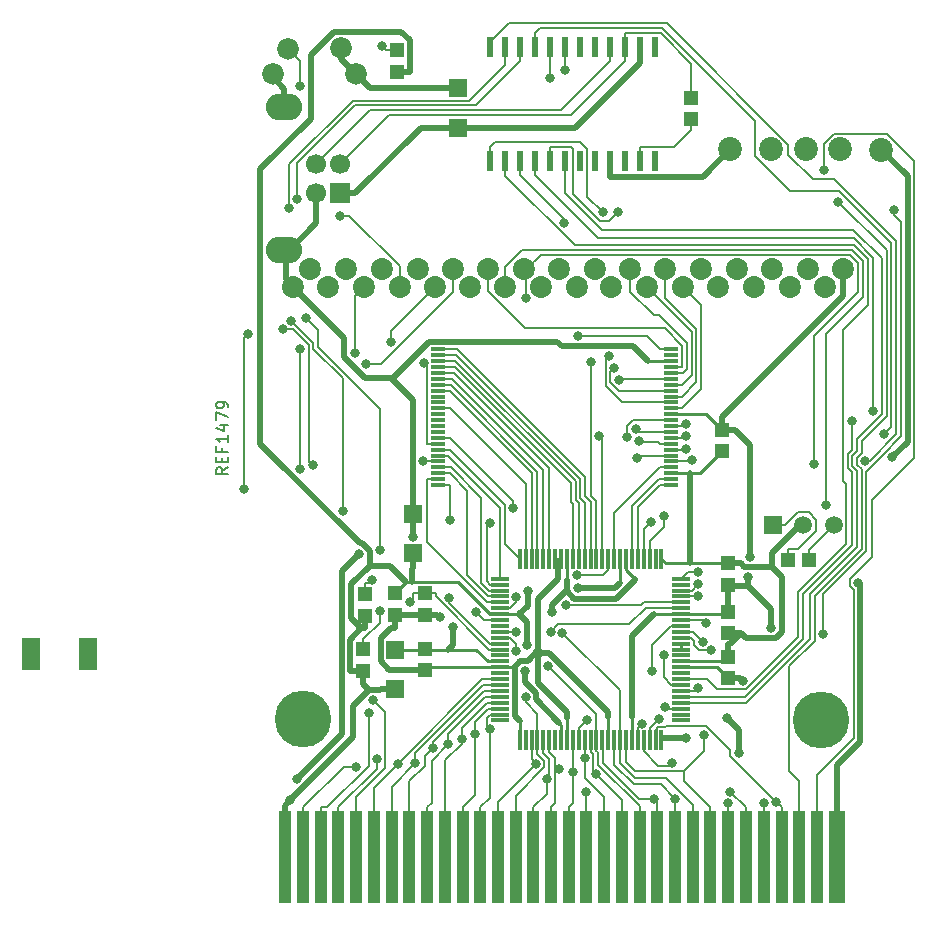
<source format=gbr>
%TF.GenerationSoftware,KiCad,Pcbnew,(6.0.2)*%
%TF.CreationDate,2022-08-25T21:07:40-05:00*%
%TF.ProjectId,REF1479,52454631-3437-4392-9e6b-696361645f70,rev?*%
%TF.SameCoordinates,Original*%
%TF.FileFunction,Copper,L1,Top*%
%TF.FilePolarity,Positive*%
%FSLAX46Y46*%
G04 Gerber Fmt 4.6, Leading zero omitted, Abs format (unit mm)*
G04 Created by KiCad (PCBNEW (6.0.2)) date 2022-08-25 21:07:40*
%MOMM*%
%LPD*%
G01*
G04 APERTURE LIST*
G04 Aperture macros list*
%AMRoundRect*
0 Rectangle with rounded corners*
0 $1 Rounding radius*
0 $2 $3 $4 $5 $6 $7 $8 $9 X,Y pos of 4 corners*
0 Add a 4 corners polygon primitive as box body*
4,1,4,$2,$3,$4,$5,$6,$7,$8,$9,$2,$3,0*
0 Add four circle primitives for the rounded corners*
1,1,$1+$1,$2,$3*
1,1,$1+$1,$4,$5*
1,1,$1+$1,$6,$7*
1,1,$1+$1,$8,$9*
0 Add four rect primitives between the rounded corners*
20,1,$1+$1,$2,$3,$4,$5,0*
20,1,$1+$1,$4,$5,$6,$7,0*
20,1,$1+$1,$6,$7,$8,$9,0*
20,1,$1+$1,$8,$9,$2,$3,0*%
G04 Aperture macros list end*
%ADD10C,0.200000*%
%TA.AperFunction,NonConductor*%
%ADD11C,0.200000*%
%TD*%
%TA.AperFunction,SMDPad,CuDef*%
%ADD12R,1.500000X2.700000*%
%TD*%
%TA.AperFunction,SMDPad,CuDef*%
%ADD13R,1.270000X1.230000*%
%TD*%
%TA.AperFunction,SMDPad,CuDef*%
%ADD14R,1.030000X7.780000*%
%TD*%
%TA.AperFunction,SMDPad,CuDef*%
%ADD15R,1.430000X7.780000*%
%TD*%
%TA.AperFunction,ComponentPad*%
%ADD16C,2.020000*%
%TD*%
%TA.AperFunction,ComponentPad*%
%ADD17C,1.830000*%
%TD*%
%TA.AperFunction,ComponentPad*%
%ADD18C,4.800000*%
%TD*%
%TA.AperFunction,SMDPad,CuDef*%
%ADD19R,1.500000X1.500000*%
%TD*%
%TA.AperFunction,SMDPad,CuDef*%
%ADD20R,1.300000X0.300000*%
%TD*%
%TA.AperFunction,ComponentPad*%
%ADD21C,1.860000*%
%TD*%
%TA.AperFunction,ComponentPad*%
%ADD22R,1.500000X1.500000*%
%TD*%
%TA.AperFunction,ComponentPad*%
%ADD23C,1.500000*%
%TD*%
%TA.AperFunction,SMDPad,CuDef*%
%ADD24R,1.230000X1.270000*%
%TD*%
%TA.AperFunction,ComponentPad*%
%ADD25R,1.700000X1.700000*%
%TD*%
%TA.AperFunction,ComponentPad*%
%ADD26C,1.700000*%
%TD*%
%TA.AperFunction,ComponentPad*%
%ADD27O,3.090000X2.250000*%
%TD*%
%TA.AperFunction,SMDPad,CuDef*%
%ADD28RoundRect,0.011200X0.128800X-0.768800X0.128800X0.768800X-0.128800X0.768800X-0.128800X-0.768800X0*%
%TD*%
%TA.AperFunction,SMDPad,CuDef*%
%ADD29RoundRect,0.056000X0.724000X-0.084000X0.724000X0.084000X-0.724000X0.084000X-0.724000X-0.084000X0*%
%TD*%
%TA.AperFunction,SMDPad,CuDef*%
%ADD30R,0.600000X1.750000*%
%TD*%
%TA.AperFunction,ViaPad*%
%ADD31C,0.800000*%
%TD*%
%TA.AperFunction,Conductor*%
%ADD32C,0.500000*%
%TD*%
%TA.AperFunction,Conductor*%
%ADD33C,0.250000*%
%TD*%
%TA.AperFunction,Conductor*%
%ADD34C,0.280200*%
%TD*%
%TA.AperFunction,Conductor*%
%ADD35C,0.279800*%
%TD*%
%TA.AperFunction,Conductor*%
%ADD36C,0.550000*%
%TD*%
%TA.AperFunction,Conductor*%
%ADD37C,0.200000*%
%TD*%
G04 APERTURE END LIST*
D10*
D11*
X122567380Y-91180190D02*
X122091190Y-91513523D01*
X122567380Y-91751619D02*
X121567380Y-91751619D01*
X121567380Y-91370666D01*
X121615000Y-91275428D01*
X121662619Y-91227809D01*
X121757857Y-91180190D01*
X121900714Y-91180190D01*
X121995952Y-91227809D01*
X122043571Y-91275428D01*
X122091190Y-91370666D01*
X122091190Y-91751619D01*
X122043571Y-90751619D02*
X122043571Y-90418285D01*
X122567380Y-90275428D02*
X122567380Y-90751619D01*
X121567380Y-90751619D01*
X121567380Y-90275428D01*
X122043571Y-89513523D02*
X122043571Y-89846857D01*
X122567380Y-89846857D02*
X121567380Y-89846857D01*
X121567380Y-89370666D01*
X122567380Y-88465904D02*
X122567380Y-89037333D01*
X122567380Y-88751619D02*
X121567380Y-88751619D01*
X121710238Y-88846857D01*
X121805476Y-88942095D01*
X121853095Y-89037333D01*
X121900714Y-87608761D02*
X122567380Y-87608761D01*
X121519761Y-87846857D02*
X122234047Y-88084952D01*
X122234047Y-87465904D01*
X121567380Y-87180190D02*
X121567380Y-86513523D01*
X122567380Y-86942095D01*
X122567380Y-86084952D02*
X122567380Y-85894476D01*
X122519761Y-85799238D01*
X122472142Y-85751619D01*
X122329285Y-85656380D01*
X122138809Y-85608761D01*
X121757857Y-85608761D01*
X121662619Y-85656380D01*
X121615000Y-85704000D01*
X121567380Y-85799238D01*
X121567380Y-85989714D01*
X121615000Y-86084952D01*
X121662619Y-86132571D01*
X121757857Y-86180190D01*
X121995952Y-86180190D01*
X122091190Y-86132571D01*
X122138809Y-86084952D01*
X122186428Y-85989714D01*
X122186428Y-85799238D01*
X122138809Y-85704000D01*
X122091190Y-85656380D01*
X121995952Y-85608761D01*
D12*
%TO.P,REF\u002A\u002A,1*%
%TO.N,N/C*%
X105900000Y-107010000D03*
%TO.P,REF\u002A\u002A,2*%
X110700000Y-107010000D03*
%TD*%
D13*
%TO.P,R5,1*%
%TO.N,/Button*%
X136861500Y-55842000D03*
%TO.P,R5,2*%
%TO.N,/VCC*%
X136866500Y-57664000D03*
%TD*%
D14*
%TO.P,J3,1,+3.3V/+5V*%
%TO.N,/VCC*%
X127406000Y-124151000D03*
%TO.P,J3,2,Clock*%
%TO.N,/Clk*%
X128913000Y-124151000D03*
%TO.P,J3,3,/WR*%
%TO.N,/Write*%
X130408000Y-124151000D03*
%TO.P,J3,4,/RD*%
%TO.N,/Rd_Sys*%
X131915000Y-124151000D03*
%TO.P,J3,5,/CS.ROM*%
%TO.N,/CS.Rom.Sys*%
X133406000Y-124151000D03*
%TO.P,J3,6,AD0*%
%TO.N,/AD0*%
X134913000Y-124151000D03*
%TO.P,J3,7,AD1*%
%TO.N,/AD1*%
X136408000Y-124151000D03*
%TO.P,J3,8,AD2*%
%TO.N,/AD2*%
X137915000Y-124161000D03*
%TO.P,J3,9,AD3*%
%TO.N,/AD3*%
X139409000Y-124156000D03*
%TO.P,J3,10,AD4*%
%TO.N,/AD4*%
X140908000Y-124160000D03*
%TO.P,J3,11,AD5*%
%TO.N,/AD5*%
X142427000Y-124160000D03*
%TO.P,J3,12,AD6*%
%TO.N,/AD6*%
X143910000Y-124160000D03*
%TO.P,J3,13,AD7*%
%TO.N,/AD7*%
X145417000Y-124160000D03*
%TO.P,J3,14,AD8*%
%TO.N,/AD8*%
X146910000Y-124159000D03*
%TO.P,J3,15,AD9*%
%TO.N,/AD9*%
X148417000Y-124159000D03*
%TO.P,J3,16,AD10*%
%TO.N,/AD10*%
X149924000Y-124159000D03*
%TO.P,J3,17,AD11*%
%TO.N,/AD11*%
X151407000Y-124159000D03*
%TO.P,J3,18,AD12*%
%TO.N,/AD12*%
X152909000Y-124159000D03*
%TO.P,J3,19,AD13*%
%TO.N,/AD13*%
X154415000Y-124159000D03*
%TO.P,J3,20,AD14*%
%TO.N,/AD14*%
X155910000Y-124159000D03*
%TO.P,J3,21,AD15*%
%TO.N,/AD15*%
X157417000Y-124159000D03*
%TO.P,J3,22,A16*%
%TO.N,/A16*%
X158912000Y-124159000D03*
%TO.P,J3,23,A17*%
%TO.N,/A17*%
X160416000Y-124164000D03*
%TO.P,J3,24,A18*%
%TO.N,/A18*%
X161911000Y-124152000D03*
%TO.P,J3,25,A19*%
%TO.N,/A19*%
X163406000Y-124152000D03*
%TO.P,J3,26,A20*%
%TO.N,/A20*%
X164913000Y-124152000D03*
%TO.P,J3,27,A21*%
%TO.N,/A21*%
X166413000Y-124151000D03*
%TO.P,J3,28,A22*%
%TO.N,/A22*%
X167908000Y-124151000D03*
%TO.P,J3,29,A23*%
%TO.N,/A23*%
X169427000Y-124151000D03*
%TO.P,J3,30,/CS.SRAM*%
%TO.N,/CS.SRAM*%
X170916000Y-124158000D03*
%TO.P,J3,31,/REQ*%
%TO.N,/REQ*%
X172411000Y-124158000D03*
D15*
%TO.P,J3,32,GND*%
%TO.N,/GND*%
X174109000Y-124158000D03*
%TD*%
D13*
%TO.P,C6,1*%
%TO.N,/VCC*%
X164884500Y-103405000D03*
%TO.P,C6,2*%
%TO.N,/GND*%
X164889500Y-105227000D03*
%TD*%
D16*
%TO.P,J2,1,A*%
%TO.N,/GND*%
X168532000Y-64257000D03*
%TO.P,J2,2,B*%
%TO.N,/Switch*%
X171505000Y-64260000D03*
%TO.P,J2,3,C*%
X174408000Y-64259000D03*
%TO.P,J2,4,Case_GND*%
%TO.N,/GND*%
X165075000Y-64259000D03*
%TO.P,J2,5,Case_GND*%
X177857000Y-64261000D03*
%TD*%
D17*
%TO.P,SW1,1,1*%
%TO.N,/GND*%
X126373000Y-57885500D03*
%TO.P,SW1,2,2*%
%TO.N,/Button*%
X127646000Y-55742500D03*
%TO.P,SW1,3,3*%
%TO.N,/GND*%
X132097000Y-55702500D03*
%TO.P,SW1,4,4*%
X133403000Y-57885500D03*
%TD*%
D18*
%TO.P,REF1,1*%
%TO.N,N/C*%
X128945000Y-112498000D03*
%TD*%
D13*
%TO.P,R4,1*%
%TO.N,/USB.D-*%
X161790500Y-59885000D03*
%TO.P,R4,2*%
%TO.N,/Cy.VREG*%
X161795500Y-61707000D03*
%TD*%
D19*
%TO.P,C4,1*%
%TO.N,/GND*%
X138259500Y-95128500D03*
%TO.P,C4,2*%
%TO.N,/VCC*%
X138256500Y-98463500D03*
%TD*%
D13*
%TO.P,C7,1*%
%TO.N,/GND*%
X164870500Y-99312000D03*
%TO.P,C7,2*%
%TO.N,/VCC*%
X164875500Y-101134000D03*
%TD*%
D18*
%TO.P,REF2,1*%
%TO.N,N/C*%
X172809000Y-112540000D03*
%TD*%
D13*
%TO.P,C2,1*%
%TO.N,/Const_high*%
X139202000Y-101815000D03*
%TO.P,C2,2*%
%TO.N,/GND*%
X139207000Y-103637000D03*
%TD*%
D20*
%TO.P,U1,1,A15*%
%TO.N,/SST.A15*%
X140372000Y-81173000D03*
%TO.P,U1,2,A14*%
%TO.N,/SST.A14*%
X140372000Y-81673000D03*
%TO.P,U1,3,A13*%
%TO.N,/SST.A13*%
X140372000Y-82173000D03*
%TO.P,U1,4,A12*%
%TO.N,/SST.A12*%
X140372000Y-82673000D03*
%TO.P,U1,5,A11*%
%TO.N,/SST.A11*%
X140372000Y-83173000D03*
%TO.P,U1,6,A10*%
%TO.N,/SST.A10*%
X140372000Y-83673000D03*
%TO.P,U1,7,A9*%
%TO.N,/SST.A9*%
X140372000Y-84173000D03*
%TO.P,U1,8,A8*%
%TO.N,/SST.A8*%
X140372000Y-84673000D03*
%TO.P,U1,9,NC_1*%
%TO.N,unconnected-(U1-Pad9)*%
X140372000Y-85173000D03*
%TO.P,U1,10,NC_2*%
%TO.N,unconnected-(U1-Pad10)*%
X140372000Y-85673000D03*
%TO.P,U1,11,WE#*%
%TO.N,/SST.WE*%
X140372000Y-86173000D03*
%TO.P,U1,12,NC_3*%
%TO.N,unconnected-(U1-Pad12)*%
X140372000Y-86673000D03*
%TO.P,U1,13,NC_4*%
%TO.N,unconnected-(U1-Pad13)*%
X140372000Y-87173000D03*
%TO.P,U1,14,NC_5*%
%TO.N,unconnected-(U1-Pad14)*%
X140372000Y-87673000D03*
%TO.P,U1,15,NC_6*%
%TO.N,unconnected-(U1-Pad15)*%
X140372000Y-88173000D03*
%TO.P,U1,16,A18*%
%TO.N,/SST.A18*%
X140372000Y-88673000D03*
%TO.P,U1,17,A17*%
%TO.N,/SST.A17*%
X140372000Y-89173000D03*
%TO.P,U1,18,A7*%
%TO.N,/SST.A7*%
X140372000Y-89673000D03*
%TO.P,U1,19,A6*%
%TO.N,/SST.A6*%
X140372000Y-90173000D03*
%TO.P,U1,20,A5*%
%TO.N,/SST.A5*%
X140372000Y-90673000D03*
%TO.P,U1,21,A4*%
%TO.N,/SST.A4*%
X140372000Y-91173000D03*
%TO.P,U1,22,A3*%
%TO.N,/SST.A3*%
X140372000Y-91673000D03*
%TO.P,U1,23,A2*%
%TO.N,/SST.A2*%
X140372000Y-92173000D03*
%TO.P,U1,24,A1*%
%TO.N,/SST.A1*%
X140372000Y-92673000D03*
%TO.P,U1,25,A0*%
%TO.N,/SST.A0*%
X160072000Y-92673000D03*
%TO.P,U1,26,CE#*%
%TO.N,/SST.CE*%
X160072000Y-92173000D03*
%TO.P,U1,27,VSS_1*%
%TO.N,/GND*%
X160072000Y-91673000D03*
%TO.P,U1,28,OE#*%
%TO.N,/SST.OE*%
X160072000Y-91173000D03*
%TO.P,U1,29,DQ0*%
%TO.N,/AD0*%
X160072000Y-90673000D03*
%TO.P,U1,30,DQ8*%
%TO.N,/AD8*%
X160072000Y-90173000D03*
%TO.P,U1,31,DQ1*%
%TO.N,/AD1*%
X160072000Y-89673000D03*
%TO.P,U1,32,DQ9*%
%TO.N,/AD9*%
X160072000Y-89173000D03*
%TO.P,U1,33,DQ2*%
%TO.N,/AD2*%
X160072000Y-88673000D03*
%TO.P,U1,34,DQ10*%
%TO.N,/AD10*%
X160072000Y-88173000D03*
%TO.P,U1,35,DQ3*%
%TO.N,/AD3*%
X160072000Y-87673000D03*
%TO.P,U1,36,DQ11*%
%TO.N,/AD11*%
X160072000Y-87173000D03*
%TO.P,U1,37,VDD*%
%TO.N,/VCC*%
X160072000Y-86673000D03*
%TO.P,U1,38,DQ4*%
%TO.N,/AD4*%
X160072000Y-86173000D03*
%TO.P,U1,39,DQ12*%
%TO.N,/AD12*%
X160072000Y-85673000D03*
%TO.P,U1,40,DQ5*%
%TO.N,/AD5*%
X160072000Y-85173000D03*
%TO.P,U1,41,DQ13*%
%TO.N,/AD13*%
X160072000Y-84673000D03*
%TO.P,U1,42,DQ6*%
%TO.N,/AD6*%
X160072000Y-84173000D03*
%TO.P,U1,43,DQ14*%
%TO.N,/AD14*%
X160072000Y-83673000D03*
%TO.P,U1,44,DQ7*%
%TO.N,/AD7*%
X160072000Y-83173000D03*
%TO.P,U1,45,DQ15*%
%TO.N,/AD15*%
X160072000Y-82673000D03*
%TO.P,U1,46,VSS_2*%
%TO.N,/GND*%
X160072000Y-82173000D03*
%TO.P,U1,47,NC_9*%
%TO.N,unconnected-(U1-Pad47)*%
X160072000Y-81673000D03*
%TO.P,U1,48,A16*%
%TO.N,/SST.A16*%
X160072000Y-81173000D03*
%TD*%
D13*
%TO.P,R2,1*%
%TO.N,/Const_high*%
X134126500Y-101915000D03*
%TO.P,R2,2*%
%TO.N,/VCC*%
X134131500Y-103737000D03*
%TD*%
%TO.P,C8,1*%
%TO.N,/VCC*%
X164376000Y-88007000D03*
%TO.P,C8,2*%
%TO.N,/GND*%
X164381000Y-89829000D03*
%TD*%
D21*
%TO.P,J4,1,+3.3V/+5V*%
%TO.N,/VCC*%
X174672000Y-74406000D03*
%TO.P,J4,2,Clock*%
%TO.N,/Clk*%
X173125500Y-75914000D03*
%TO.P,J4,3,/WR*%
%TO.N,/Write*%
X171657100Y-74405900D03*
%TO.P,J4,4,/RD*%
%TO.N,/Rd_Game*%
X170109000Y-75912000D03*
%TO.P,J4,5,/CS.ROM*%
%TO.N,/CS.Rom.Game*%
X168639000Y-74406000D03*
%TO.P,J4,6,AD0*%
%TO.N,/AD0*%
X167093000Y-75914000D03*
%TO.P,J4,7,AD1*%
%TO.N,/AD1*%
X165624600Y-74405900D03*
%TO.P,J4,8,AD2*%
%TO.N,/AD2*%
X164075000Y-75913000D03*
%TO.P,J4,9,AD3*%
%TO.N,/AD3*%
X162649000Y-74407000D03*
%TO.P,J4,10,AD4*%
%TO.N,/AD4*%
X161100200Y-75914000D03*
%TO.P,J4,11,AD5*%
%TO.N,/AD5*%
X159592100Y-74405900D03*
%TO.P,J4,12,AD6*%
%TO.N,/AD6*%
X158040000Y-75914000D03*
%TO.P,J4,13,AD7*%
%TO.N,/AD7*%
X156575800Y-74405900D03*
%TO.P,J4,14,AD8*%
%TO.N,/AD8*%
X155026000Y-75914000D03*
%TO.P,J4,15,AD9*%
%TO.N,/AD9*%
X153640000Y-74405000D03*
%TO.P,J4,16,AD10*%
%TO.N,/AD10*%
X152089000Y-75915000D03*
%TO.P,J4,17,AD11*%
%TO.N,/AD11*%
X150619000Y-74406000D03*
%TO.P,J4,18,AD12*%
%TO.N,/AD12*%
X149074000Y-75913000D03*
%TO.P,J4,19,AD13*%
%TO.N,/AD13*%
X147605000Y-74407000D03*
%TO.P,J4,20,AD14*%
%TO.N,/AD14*%
X146057000Y-75915000D03*
%TO.P,J4,21,AD15*%
%TO.N,/AD15*%
X144589000Y-74405000D03*
%TO.P,J4,22,A16*%
%TO.N,/A16*%
X143044000Y-75913000D03*
%TO.P,J4,23,A17*%
%TO.N,/A17*%
X141611000Y-74404000D03*
%TO.P,J4,24,A18*%
%TO.N,/A18*%
X140067000Y-75914000D03*
%TO.P,J4,25,A19*%
%TO.N,/A19*%
X138676000Y-74409000D03*
%TO.P,J4,26,A20*%
%TO.N,/A20*%
X137125000Y-75912000D03*
%TO.P,J4,27,A21*%
%TO.N,/A21*%
X135580000Y-74407000D03*
%TO.P,J4,28,A22*%
%TO.N,/A22*%
X134073000Y-75914000D03*
%TO.P,J4,29,A23*%
%TO.N,/A23*%
X132566000Y-74407000D03*
%TO.P,J4,30,/CS.SRAM*%
%TO.N,/CS.SRAM*%
X131059000Y-75922000D03*
%TO.P,J4,31,/REQ*%
%TO.N,/REQ*%
X129544000Y-74407000D03*
%TO.P,J4,32,GND*%
%TO.N,/GND*%
X128040500Y-75914000D03*
%TD*%
D22*
%TO.P,Y1,1,1*%
%TO.N,/40MHz.Pin1*%
X168694000Y-96045000D03*
D23*
%TO.P,Y1,2,2*%
%TO.N,/GND*%
X171271000Y-96048000D03*
%TO.P,Y1,3,3*%
%TO.N,/40MHz.Pin3*%
X173853400Y-96048000D03*
%TD*%
D13*
%TO.P,R1,1*%
%TO.N,/Switch*%
X133999500Y-106575000D03*
%TO.P,R1,2*%
%TO.N,/VCC*%
X134004500Y-108397000D03*
%TD*%
D19*
%TO.P,D1,1,K*%
%TO.N,/VCC*%
X136684500Y-109954500D03*
%TO.P,D1,2,A*%
%TO.N,/VCC_Internal*%
X136687500Y-106619500D03*
%TD*%
D24*
%TO.P,R3,1*%
%TO.N,/40MHz.Pin1*%
X169968000Y-98985500D03*
%TO.P,R3,2*%
%TO.N,/40MHz.Pin3*%
X171790000Y-98980500D03*
%TD*%
D25*
%TO.P,J1,1,VBUS*%
%TO.N,/USB.VBUS*%
X132055000Y-67964000D03*
D26*
%TO.P,J1,2,D-*%
%TO.N,/USB.D-*%
X132055000Y-65464000D03*
%TO.P,J1,3,D+*%
%TO.N,/USB.D+*%
X130055000Y-65464000D03*
%TO.P,J1,4,GND*%
%TO.N,/GND*%
X130055000Y-67964000D03*
D27*
%TO.P,J1,5,Shield*%
X127345000Y-72734000D03*
X127345000Y-60694000D03*
%TD*%
D13*
%TO.P,C5,1*%
%TO.N,/GND*%
X164882500Y-107213000D03*
%TO.P,C5,2*%
%TO.N,/VCC_Internal*%
X164887500Y-109035000D03*
%TD*%
%TO.P,C1,1*%
%TO.N,/VCC_Internal*%
X139276000Y-106530000D03*
%TO.P,C1,2*%
%TO.N,/GND*%
X139281000Y-108352000D03*
%TD*%
D28*
%TO.P,U3,1,GND*%
%TO.N,/GND*%
X147262000Y-114279000D03*
%TO.P,U3,2,TDI\u002C_I/O*%
%TO.N,unconnected-(U3-Pad2)*%
X147762000Y-114279000D03*
%TO.P,U3,3,I/O*%
%TO.N,/AD7*%
X148262000Y-114279000D03*
%TO.P,U3,4,I/O*%
%TO.N,/AD8*%
X148762000Y-114279000D03*
%TO.P,U3,5,I/O*%
%TO.N,/AD9*%
X149262000Y-114279000D03*
%TO.P,U3,6,I/O*%
%TO.N,/AD10*%
X149762000Y-114279000D03*
%TO.P,U3,7,TMS*%
%TO.N,unconnected-(U3-Pad7)*%
X150262000Y-114279000D03*
%TO.P,U3,8,VCC*%
%TO.N,/VCC*%
X150762000Y-114279000D03*
%TO.P,U3,9,GND*%
%TO.N,/GND*%
X151262000Y-114279000D03*
%TO.P,U3,10,I/O*%
%TO.N,/AD11*%
X151762000Y-114279000D03*
%TO.P,U3,11,I/O*%
%TO.N,/AD12*%
X152262000Y-114279000D03*
%TO.P,U3,12,I/O*%
%TO.N,/AD13*%
X152762000Y-114279000D03*
%TO.P,U3,13,I/O*%
%TO.N,/AD14*%
X153262000Y-114279000D03*
%TO.P,U3,14,I/O*%
%TO.N,/AD15*%
X153762000Y-114279000D03*
%TO.P,U3,15,I/O*%
%TO.N,/A16*%
X154262000Y-114279000D03*
%TO.P,U3,16,TRST\u002C_I/O*%
%TO.N,/GND*%
X154762000Y-114279000D03*
%TO.P,U3,17,I/O*%
%TO.N,/A17*%
X155262000Y-114279000D03*
%TO.P,U3,18,I/O*%
%TO.N,/A18*%
X155762000Y-114279000D03*
%TO.P,U3,19,I/O*%
%TO.N,/A19*%
X156262000Y-114279000D03*
%TO.P,U3,20,VCC*%
%TO.N,/VCC*%
X156762000Y-114279000D03*
%TO.P,U3,21,I/O*%
%TO.N,/A20*%
X157262000Y-114279000D03*
%TO.P,U3,22,I/O*%
%TO.N,/A21*%
X157762000Y-114279000D03*
%TO.P,U3,23,I/O*%
%TO.N,/A22*%
X158262000Y-114279000D03*
%TO.P,U3,24,I/O*%
%TO.N,/A23*%
X158762000Y-114279000D03*
%TO.P,U3,25,I/O*%
%TO.N,/VCC*%
X159262000Y-114279000D03*
D29*
%TO.P,U3,26,I/O*%
%TO.N,unconnected-(U3-Pad26)*%
X160942000Y-112599000D03*
%TO.P,U3,27,I/O*%
%TO.N,unconnected-(U3-Pad27)*%
X160942000Y-112099000D03*
%TO.P,U3,28,I/O*%
%TO.N,/Switch*%
X160942000Y-111599000D03*
%TO.P,U3,29,I/O*%
%TO.N,/Cy.P1-2*%
X160942000Y-111099000D03*
%TO.P,U3,30,I/O*%
%TO.N,/Cy.P1-3*%
X160942000Y-110599000D03*
%TO.P,U3,31,I/O*%
%TO.N,/Cy.P0-3*%
X160942000Y-110099000D03*
%TO.P,U3,32,I/O*%
%TO.N,/Cy.P0-2*%
X160942000Y-109599000D03*
%TO.P,U3,33,I/O*%
%TO.N,/Cy.P0-1*%
X160942000Y-109099000D03*
%TO.P,U3,34,PRB\u002C_I/O*%
%TO.N,unconnected-(U3-Pad34)*%
X160942000Y-108599000D03*
%TO.P,U3,35,I/O*%
%TO.N,/VCC_Internal*%
X160942000Y-108099000D03*
%TO.P,U3,36,GND*%
%TO.N,/GND*%
X160942000Y-107599000D03*
%TO.P,U3,37,N/C*%
%TO.N,unconnected-(U3-Pad37)*%
X160942000Y-107099000D03*
%TO.P,U3,38,I/O*%
%TO.N,/Loop*%
X160942000Y-106599000D03*
%TO.P,U3,39,HCLK*%
X160942000Y-106099000D03*
%TO.P,U3,40,I/O*%
%TO.N,/40MHz.Pin1*%
X160942000Y-105599000D03*
%TO.P,U3,41,I/O*%
%TO.N,/40MHz.Pin3*%
X160942000Y-105099000D03*
%TO.P,U3,42,I/O*%
%TO.N,/Cy.P0-0*%
X160942000Y-104599000D03*
%TO.P,U3,43,I/O*%
%TO.N,/Cy.P0-4*%
X160942000Y-104099000D03*
%TO.P,U3,44,VCC*%
%TO.N,/VCC*%
X160942000Y-103599000D03*
%TO.P,U3,45,I/O*%
%TO.N,/Cy.P0-5*%
X160942000Y-103099000D03*
%TO.P,U3,46,I/O*%
%TO.N,/Cy.P0-6*%
X160942000Y-102599000D03*
%TO.P,U3,47,I/O*%
%TO.N,/Cy.P0-7*%
X160942000Y-102099000D03*
%TO.P,U3,48,I/O*%
%TO.N,/Cy.P1-1*%
X160942000Y-101599000D03*
%TO.P,U3,49,TDI\u002C_I/O*%
%TO.N,unconnected-(U3-Pad49)*%
X160942000Y-101099000D03*
%TO.P,U3,50,I/O*%
%TO.N,/Cy.P1-0*%
X160942000Y-100599000D03*
D28*
%TO.P,U3,51,GND*%
%TO.N,/GND*%
X159262000Y-98919000D03*
%TO.P,U3,52,I/O*%
%TO.N,unconnected-(U3-Pad52)*%
X158762000Y-98919000D03*
%TO.P,U3,53,I/O*%
%TO.N,/Rd_Game*%
X158262000Y-98919000D03*
%TO.P,U3,54,I/O*%
%TO.N,/CS.Rom.Game*%
X157762000Y-98919000D03*
%TO.P,U3,55,I/O*%
%TO.N,/SST.A0*%
X157262000Y-98919000D03*
%TO.P,U3,56,I/O*%
%TO.N,/SST.CE*%
X156762000Y-98919000D03*
%TO.P,U3,57,VCC*%
%TO.N,/VCC_Internal*%
X156262000Y-98919000D03*
%TO.P,U3,58,VCC*%
%TO.N,/VCC*%
X155762000Y-98919000D03*
%TO.P,U3,59,I/O*%
%TO.N,/SST.OE*%
X155262000Y-98919000D03*
%TO.P,U3,60,I/O*%
%TO.N,/SST.A18*%
X154762000Y-98919000D03*
%TO.P,U3,61,I/O*%
%TO.N,/SST.A17*%
X154262000Y-98919000D03*
%TO.P,U3,62,I/O*%
%TO.N,/SST.A16*%
X153762000Y-98919000D03*
%TO.P,U3,63,I/O*%
%TO.N,/SST.A15*%
X153262000Y-98919000D03*
%TO.P,U3,64,I/O*%
%TO.N,/SST.A14*%
X152762000Y-98919000D03*
%TO.P,U3,65,I/O*%
%TO.N,/SST.A13*%
X152262000Y-98919000D03*
%TO.P,U3,66,I/O*%
%TO.N,/SST.A12*%
X151762000Y-98919000D03*
%TO.P,U3,67,VCC*%
%TO.N,/VCC_Internal*%
X151262000Y-98919000D03*
%TO.P,U3,68,GND*%
%TO.N,/GND*%
X150762000Y-98919000D03*
%TO.P,U3,69,GND*%
X150262000Y-98919000D03*
%TO.P,U3,70,I/O*%
%TO.N,/SST.A11*%
X149762000Y-98919000D03*
%TO.P,U3,71,I/O*%
%TO.N,/SST.A10*%
X149262000Y-98919000D03*
%TO.P,U3,72,I/O*%
%TO.N,/SST.A9*%
X148762000Y-98919000D03*
%TO.P,U3,73,I/O*%
%TO.N,/SST.A8*%
X148262000Y-98919000D03*
%TO.P,U3,74,I/O*%
%TO.N,/SST.WE*%
X147762000Y-98919000D03*
%TO.P,U3,75,I/O*%
%TO.N,/SST.A7*%
X147262000Y-98919000D03*
D29*
%TO.P,U3,76,I/O*%
%TO.N,/SST.A6*%
X145582000Y-100599000D03*
%TO.P,U3,77,I/O*%
%TO.N,/SST.A5*%
X145582000Y-101099000D03*
%TO.P,U3,78,I/O*%
%TO.N,/SST.A4*%
X145582000Y-101599000D03*
%TO.P,U3,79,I/O*%
%TO.N,/SST.A3*%
X145582000Y-102099000D03*
%TO.P,U3,80,I/O*%
%TO.N,/SST.A2*%
X145582000Y-102599000D03*
%TO.P,U3,81,I/O*%
%TO.N,/SST.A1*%
X145582000Y-103099000D03*
%TO.P,U3,82,VCC*%
%TO.N,/VCC*%
X145582000Y-103599000D03*
%TO.P,U3,83,I/O*%
%TO.N,/Button*%
X145582000Y-104099000D03*
%TO.P,U3,84,I/O*%
%TO.N,unconnected-(U3-Pad84)*%
X145582000Y-104599000D03*
%TO.P,U3,85,I/O*%
%TO.N,/Write*%
X145582000Y-105099000D03*
%TO.P,U3,86,I/O*%
%TO.N,/Rd_Sys*%
X145582000Y-105599000D03*
%TO.P,U3,87,CLKA*%
%TO.N,/CS.Rom.Sys*%
X145582000Y-106099000D03*
%TO.P,U3,88,CLKB*%
%TO.N,/Const_high*%
X145582000Y-106599000D03*
%TO.P,U3,89,N/C*%
%TO.N,unconnected-(U3-Pad89)*%
X145582000Y-107099000D03*
%TO.P,U3,90,VCC*%
%TO.N,/VCC_Internal*%
X145582000Y-107599000D03*
%TO.P,U3,91,GND*%
%TO.N,/GND*%
X145582000Y-108099000D03*
%TO.P,U3,92,PRA\u002C_I/O*%
%TO.N,unconnected-(U3-Pad92)*%
X145582000Y-108599000D03*
%TO.P,U3,93,I/O*%
%TO.N,/AD0*%
X145582000Y-109099000D03*
%TO.P,U3,94,I/O*%
%TO.N,/AD1*%
X145582000Y-109599000D03*
%TO.P,U3,95,I/O*%
%TO.N,/AD2*%
X145582000Y-110099000D03*
%TO.P,U3,96,I/O*%
%TO.N,/AD3*%
X145582000Y-110599000D03*
%TO.P,U3,97,I/O*%
%TO.N,/AD4*%
X145582000Y-111099000D03*
%TO.P,U3,98,I/O*%
%TO.N,/AD5*%
X145582000Y-111599000D03*
%TO.P,U3,99,I/O*%
%TO.N,/AD6*%
X145582000Y-112099000D03*
%TO.P,U3,100,TCK\u002C_I/O*%
%TO.N,unconnected-(U3-Pad100)*%
X145582000Y-112599000D03*
%TD*%
D19*
%TO.P,C9,1*%
%TO.N,/GND*%
X142067500Y-59084500D03*
%TO.P,C9,2*%
%TO.N,/USB.VBUS*%
X142064500Y-62419500D03*
%TD*%
D13*
%TO.P,C3,1*%
%TO.N,/VCC*%
X136677000Y-101852000D03*
%TO.P,C3,2*%
%TO.N,/GND*%
X136682000Y-103674000D03*
%TD*%
D30*
%TO.P,U2,1,P0-0*%
%TO.N,/Cy.P0-0*%
X144764500Y-65242500D03*
%TO.P,U2,2,P0-1*%
%TO.N,/Cy.P0-1*%
X146029500Y-65247500D03*
%TO.P,U2,3,P0-2*%
%TO.N,/Cy.P0-2*%
X147304500Y-65247500D03*
%TO.P,U2,4,P0-3*%
%TO.N,/Cy.P0-3*%
X148574500Y-65245500D03*
%TO.P,U2,5,P1-0*%
%TO.N,/Cy.P1-0*%
X149842500Y-65245500D03*
%TO.P,U2,6,P1-2*%
%TO.N,/Cy.P1-2*%
X151118500Y-65245500D03*
%TO.P,U2,7,P1-4*%
%TO.N,unconnected-(U2-Pad7)*%
X152387500Y-65243500D03*
%TO.P,U2,8,P1-6*%
%TO.N,unconnected-(U2-Pad8)*%
X153659500Y-65243500D03*
%TO.P,U2,9,VSS*%
%TO.N,/GND*%
X154924500Y-65244500D03*
%TO.P,U2,10,VPP*%
%TO.N,unconnected-(U2-Pad10)*%
X156196500Y-65244500D03*
%TO.P,U2,11,VREG/P2-0*%
%TO.N,/Cy.VREG*%
X157464500Y-65244500D03*
%TO.P,U2,12,XTALIN/P2-1*%
%TO.N,unconnected-(U2-Pad12)*%
X158735500Y-65244500D03*
%TO.P,U2,13,XTALOUT*%
%TO.N,unconnected-(U2-Pad13)*%
X158734500Y-55592500D03*
%TO.P,U2,14,VCC*%
%TO.N,/USB.VBUS*%
X157466500Y-55592500D03*
%TO.P,U2,15,D-/SDATA*%
%TO.N,/USB.D-*%
X156198500Y-55593500D03*
%TO.P,U2,16,D+/SCLK*%
%TO.N,/USB.D+*%
X154928500Y-55593500D03*
%TO.P,U2,17,P1-7*%
%TO.N,unconnected-(U2-Pad17)*%
X153654500Y-55591500D03*
%TO.P,U2,18,P1-5*%
%TO.N,unconnected-(U2-Pad18)*%
X152385500Y-55594500D03*
%TO.P,U2,19,P1-3*%
%TO.N,/Cy.P1-3*%
X151114500Y-55591500D03*
%TO.P,U2,20,P1-1*%
%TO.N,/Cy.P1-1*%
X149845500Y-55593500D03*
%TO.P,U2,21,P0-7*%
%TO.N,/Cy.P0-7*%
X148575500Y-55590500D03*
%TO.P,U2,22,P0-6*%
%TO.N,/Cy.P0-6*%
X147305500Y-55595500D03*
%TO.P,U2,23,P0-5*%
%TO.N,/Cy.P0-5*%
X146035500Y-55591500D03*
%TO.P,U2,24,P0-4*%
%TO.N,/Cy.P0-4*%
X144767500Y-55594500D03*
%TD*%
D31*
%TO.N,/GND*%
X178774900Y-90319200D03*
X138259500Y-97107800D03*
X175904200Y-100945200D03*
X140484000Y-103828900D03*
%TO.N,/Switch*%
X159557900Y-111488700D03*
X135429100Y-103325300D03*
X129206000Y-78527800D03*
X135429800Y-98165500D03*
%TO.N,/Button*%
X128662300Y-58852200D03*
X135606400Y-55522000D03*
X143555100Y-103450500D03*
%TO.N,/SST.A18*%
X146692100Y-94620800D03*
X152152500Y-100310500D03*
%TO.N,/SST.A17*%
X139117900Y-82334400D03*
X154008800Y-88545800D03*
%TO.N,/SST.A5*%
X139113000Y-90673100D03*
X144730900Y-95890400D03*
%TO.N,/SST.A1*%
X146964900Y-102135700D03*
X141322100Y-95589000D03*
%TO.N,/AD0*%
X161886600Y-90542800D03*
X136916600Y-116295300D03*
%TO.N,/AD8*%
X147766400Y-110606600D03*
X157228500Y-90340900D03*
%TO.N,/AD1*%
X138377900Y-116243000D03*
X161342800Y-89621300D03*
%TO.N,/AD9*%
X157363400Y-88898900D03*
X149563400Y-117565700D03*
%TO.N,/AD2*%
X139887100Y-114890900D03*
X161334600Y-88496400D03*
%TO.N,/AD10*%
X157116300Y-87898700D03*
X150557600Y-116736800D03*
%TO.N,/AD3*%
X141218000Y-114593600D03*
X161326300Y-87496200D03*
%TO.N,/AD11*%
X151750600Y-116978100D03*
X156363200Y-88577400D03*
%TO.N,/VCC*%
X127852000Y-119364900D03*
X152186000Y-101398300D03*
X147897300Y-106200000D03*
X147672500Y-108386100D03*
X166584600Y-100440900D03*
X166752800Y-98740600D03*
X147936000Y-101670700D03*
X161349900Y-114113700D03*
X168538700Y-104810000D03*
%TO.N,/AD4*%
X142336100Y-114193400D03*
%TO.N,/AD12*%
X154848500Y-81779500D03*
X152909000Y-118663100D03*
X152941500Y-112538300D03*
%TO.N,/AD5*%
X143455900Y-113753100D03*
%TO.N,/AD13*%
X172196700Y-90865800D03*
X147824500Y-76840700D03*
X155231700Y-82795700D03*
X152790400Y-115816400D03*
%TO.N,/AD6*%
X144721400Y-113357800D03*
%TO.N,/AD14*%
X155699400Y-83742700D03*
X153707300Y-117161400D03*
X173169600Y-94375100D03*
%TO.N,/AD7*%
X148659200Y-116293500D03*
%TO.N,/AD15*%
X149687900Y-107999800D03*
%TO.N,/SST.A16*%
X153308700Y-82211300D03*
X152238200Y-80071700D03*
%TO.N,/VCC_Internal*%
X133630000Y-98549300D03*
X149986000Y-103401500D03*
X128398200Y-117531500D03*
X165795700Y-115337500D03*
X141606600Y-104691600D03*
X166138000Y-109223500D03*
X164772600Y-112390100D03*
%TO.N,/Const_high*%
X134793900Y-100696300D03*
X137966400Y-102571300D03*
%TO.N,/40MHz.Pin1*%
X163489800Y-106664400D03*
%TO.N,/40MHz.Pin3*%
X162760000Y-105964300D03*
%TO.N,/Clk*%
X133366400Y-116500300D03*
%TO.N,/Write*%
X134465000Y-112008900D03*
X146971200Y-105132000D03*
%TO.N,/Rd_Sys*%
X146968700Y-106685800D03*
X135171400Y-115844900D03*
%TO.N,/CS.Rom.Sys*%
X141298300Y-102263000D03*
X134877000Y-110877600D03*
%TO.N,/A16*%
X158631100Y-119226900D03*
X129724000Y-91009700D03*
X127196700Y-79480500D03*
%TO.N,/A17*%
X160416000Y-119229100D03*
X134237200Y-82451000D03*
%TO.N,/A18*%
X150883300Y-105162900D03*
X136378400Y-80567800D03*
%TO.N,/A19*%
X162824500Y-113793700D03*
X178972800Y-69377300D03*
X172943900Y-105244100D03*
%TO.N,/A20*%
X157594300Y-112891200D03*
X127913700Y-78772800D03*
X132060600Y-69863900D03*
X164913000Y-119629200D03*
X132280700Y-94902200D03*
%TO.N,/A21*%
X128699200Y-91330200D03*
X165071600Y-118619400D03*
X160185900Y-116166900D03*
X128699200Y-81143500D03*
%TO.N,/A22*%
X167908000Y-119613200D03*
X133294000Y-81507900D03*
X159042500Y-112494000D03*
%TO.N,/A23*%
X124288700Y-79877200D03*
X168975000Y-119508900D03*
X123905700Y-93004600D03*
%TO.N,/CS.SRAM*%
X174231200Y-68665400D03*
%TO.N,/REQ*%
X173003500Y-66025100D03*
%TO.N,/Rd_Game*%
X159469100Y-95248700D03*
%TO.N,/CS.Rom.Game*%
X158363300Y-95765700D03*
%TO.N,/Cy.P0-0*%
X154318900Y-69572300D03*
X158425300Y-108451200D03*
%TO.N,/Cy.P0-2*%
X151052200Y-70474200D03*
X159466800Y-107073100D03*
%TO.N,/Cy.P0-3*%
X162324700Y-109885000D03*
X177211500Y-86410700D03*
%TO.N,/Cy.P1-0*%
X155579800Y-69578600D03*
X162364300Y-100066000D03*
%TO.N,/Cy.P1-3*%
X175361900Y-87269900D03*
X151114500Y-57495600D03*
%TO.N,/Cy.P1-1*%
X162379000Y-101082500D03*
X149845500Y-58223700D03*
%TO.N,/Cy.P0-7*%
X178145200Y-88366000D03*
X162347300Y-102104300D03*
%TO.N,/Cy.P0-6*%
X128444000Y-68477800D03*
X151220300Y-102837200D03*
%TO.N,/Cy.P0-5*%
X127743800Y-69200500D03*
X149883100Y-105090600D03*
%TO.N,/Cy.P0-4*%
X176534500Y-90640400D03*
X163051200Y-104333400D03*
%TD*%
D32*
%TO.N,/GND*%
X150671800Y-99009200D02*
X150472600Y-99208400D01*
D33*
X139344300Y-108288700D02*
X139281000Y-108352000D01*
D32*
X138084900Y-103674000D02*
X138121900Y-103637000D01*
X149054400Y-106868300D02*
X148843700Y-106657600D01*
X139207000Y-103637000D02*
X138121900Y-103637000D01*
X150472600Y-100650300D02*
X148843700Y-102279200D01*
X154924500Y-65244500D02*
X154924500Y-66569600D01*
X166409600Y-105662000D02*
X165974600Y-105227000D01*
D33*
X164689000Y-107406000D02*
X164882000Y-107213000D01*
X159655000Y-99312000D02*
X161679500Y-99312000D01*
D32*
X132379900Y-80253400D02*
X132379900Y-81796200D01*
X136682000Y-103674000D02*
X136682000Y-104739100D01*
D33*
X160942000Y-107599000D02*
X164496000Y-107599000D01*
X160072000Y-91673000D02*
X161679500Y-91673000D01*
D32*
X134197700Y-83614000D02*
X136373300Y-83614000D01*
X164882500Y-107213000D02*
X164882500Y-106147900D01*
X161679500Y-99312000D02*
X161679500Y-91673000D01*
X170978100Y-96048000D02*
X168581000Y-98445100D01*
D33*
X150262000Y-98919000D02*
X150762000Y-98919000D01*
D32*
X177857000Y-64261000D02*
X180105300Y-66509300D01*
X136399500Y-104739100D02*
X136682000Y-104739100D01*
D34*
X146812500Y-108099000D02*
X145582000Y-108099000D01*
D32*
X138259500Y-94528400D02*
X138259500Y-95128500D01*
X164882500Y-106147900D02*
X165053700Y-106147900D01*
D33*
X145582000Y-108099000D02*
X139534000Y-108099000D01*
D32*
X148805400Y-107117300D02*
X149054400Y-106868300D01*
X164889500Y-105227000D02*
X165974600Y-105227000D01*
D33*
X164496000Y-107599000D02*
X164689000Y-107406000D01*
D32*
X154924500Y-66569600D02*
X162764400Y-66569600D01*
X133403000Y-57885500D02*
X132097000Y-56579500D01*
X148843700Y-102279200D02*
X148843700Y-106657600D01*
D35*
X150671800Y-99009200D02*
X150762000Y-98919000D01*
D32*
X147320400Y-107536000D02*
X146822400Y-108034000D01*
X176085100Y-101126100D02*
X175904200Y-100945200D01*
X168581000Y-99590700D02*
X169431600Y-100441300D01*
X126373000Y-58146900D02*
X126373000Y-57885500D01*
X164689000Y-107406000D02*
X164689500Y-107406000D01*
X162764400Y-66569600D02*
X165075000Y-64259000D01*
X158117000Y-82180000D02*
X156858800Y-80921800D01*
X151265000Y-112405000D02*
X151265000Y-111912700D01*
X139344300Y-108288700D02*
X136208500Y-108288700D01*
X138259500Y-95128500D02*
X138259500Y-97107800D01*
X168922100Y-105662000D02*
X166409600Y-105662000D01*
D33*
X154762000Y-114279000D02*
X154762000Y-112290000D01*
D32*
X154762000Y-112290000D02*
X154762000Y-111871600D01*
X169431600Y-105152500D02*
X168922100Y-105662000D01*
X174109000Y-116406000D02*
X176085100Y-114429900D01*
X164689500Y-107406000D02*
X164882500Y-107213000D01*
X136432300Y-83672900D02*
X138259500Y-85500200D01*
X127462000Y-75264500D02*
X127462000Y-73061400D01*
X136208500Y-108288700D02*
X135486600Y-107566800D01*
X146822400Y-108099000D02*
X146812500Y-108099000D01*
X174109000Y-124158000D02*
X174109000Y-116406000D01*
X146822400Y-108099000D02*
X146822400Y-112238400D01*
X150817000Y-80921800D02*
X150447400Y-80552200D01*
X151265000Y-111912700D02*
X148805400Y-109453100D01*
X127932800Y-75914000D02*
X127779000Y-75760200D01*
X146822400Y-112238400D02*
X147262000Y-112678000D01*
D33*
X151262000Y-114279000D02*
X151262000Y-112408000D01*
D36*
X127779000Y-75581500D02*
X127779000Y-75522000D01*
D33*
X162537000Y-91673000D02*
X164381000Y-89829000D01*
D32*
X127345000Y-60694000D02*
X127345000Y-59118900D01*
X168581000Y-98445100D02*
X168581000Y-99590700D01*
X128040500Y-75914000D02*
X132379900Y-80253400D01*
X135486600Y-105652000D02*
X136399500Y-104739100D01*
X142067500Y-59084500D02*
X134602000Y-59084500D01*
X140484000Y-103828900D02*
X140292100Y-103637000D01*
X134602000Y-59084500D02*
X133403000Y-57885500D01*
D33*
X160072000Y-82173000D02*
X158124000Y-82173000D01*
D32*
X180105300Y-66509300D02*
X180105300Y-88988800D01*
X156858800Y-80921800D02*
X150817000Y-80921800D01*
X132097000Y-56579500D02*
X132097000Y-55702500D01*
X164870500Y-99312000D02*
X165955600Y-99312000D01*
X139207000Y-103637000D02*
X140292100Y-103637000D01*
X136373300Y-83614000D02*
X136432300Y-83672900D01*
X150472600Y-99208400D02*
X150472600Y-100650300D01*
X139553000Y-80552200D02*
X136432300Y-83672900D01*
X150447400Y-80552200D02*
X139553000Y-80552200D01*
X148843700Y-106657600D02*
X147965300Y-107536000D01*
D36*
X127779000Y-75760200D02*
X127779000Y-75581500D01*
D32*
X171271000Y-96048000D02*
X170978100Y-96048000D01*
D33*
X158124000Y-82173000D02*
X158117000Y-82180000D01*
X159262000Y-98919000D02*
X159655000Y-99312000D01*
D32*
X148805400Y-109453100D02*
X148805400Y-107117300D01*
X146822400Y-108034000D02*
X146822400Y-108099000D01*
X138259500Y-85500200D02*
X138259500Y-93928400D01*
D33*
X161679500Y-91673000D02*
X162537000Y-91673000D01*
X139534000Y-108099000D02*
X139344300Y-108288700D01*
D32*
X176085100Y-114429900D02*
X176085100Y-101126100D01*
X147965300Y-107536000D02*
X147320400Y-107536000D01*
D33*
X161679500Y-99312000D02*
X164870000Y-99312000D01*
D32*
X127610500Y-72912600D02*
X130055000Y-70468100D01*
D33*
X151262000Y-112408000D02*
X151265000Y-112405000D01*
D32*
X128040500Y-75914000D02*
X127932800Y-75914000D01*
X166234300Y-99590700D02*
X168581000Y-99590700D01*
X169431600Y-100441300D02*
X169431600Y-105152500D01*
X154762000Y-111871600D02*
X149758700Y-106868300D01*
X127779000Y-75581500D02*
X127462000Y-75264500D01*
D33*
X147262000Y-114279000D02*
X147262000Y-112678000D01*
D32*
X127345000Y-59118900D02*
X126373000Y-58146900D01*
X180105300Y-88988800D02*
X178774900Y-90319200D01*
X130055000Y-70468100D02*
X130055000Y-67964000D01*
X138259500Y-94528400D02*
X138259500Y-93928400D01*
X135486600Y-107566800D02*
X135486600Y-105652000D01*
X165955600Y-99312000D02*
X166234300Y-99590700D01*
X164870000Y-99312000D02*
X164870500Y-99312000D01*
X132379900Y-81796200D02*
X134197700Y-83614000D01*
X149758700Y-106868300D02*
X149054400Y-106868300D01*
X136682000Y-103674000D02*
X138084900Y-103674000D01*
X165053700Y-106147900D02*
X165974600Y-105227000D01*
D37*
%TO.N,/Switch*%
X130199500Y-80959600D02*
X130199500Y-79521300D01*
X159668200Y-111599000D02*
X159557900Y-111488700D01*
X134108600Y-105659900D02*
X133999500Y-105659900D01*
X135429800Y-86189900D02*
X130199500Y-80959600D01*
X133999500Y-106575000D02*
X133999500Y-105659900D01*
X160942000Y-111599000D02*
X159668200Y-111599000D01*
X135429100Y-104339400D02*
X134108600Y-105659900D01*
X130199500Y-79521300D02*
X129206000Y-78527800D01*
X135429800Y-98165500D02*
X135429800Y-86189900D01*
X135429100Y-103325300D02*
X135429100Y-104339400D01*
%TO.N,/Button*%
X127646000Y-55742500D02*
X128662300Y-56758800D01*
X136861500Y-55842000D02*
X135926400Y-55842000D01*
X128662300Y-56758800D02*
X128662300Y-58852200D01*
X135606400Y-55522000D02*
X135926400Y-55842000D01*
X145582000Y-104099000D02*
X144203600Y-104099000D01*
X144203600Y-104099000D02*
X143555100Y-103450500D01*
%TO.N,/SST.A15*%
X152793900Y-93618400D02*
X153262000Y-94086500D01*
X140372000Y-81173000D02*
X141979400Y-81173000D01*
X152793900Y-91987500D02*
X152793900Y-93618400D01*
X141979400Y-81173000D02*
X152793900Y-91987500D01*
X153262000Y-94086500D02*
X153262000Y-98919000D01*
%TO.N,/SST.A14*%
X152762000Y-94152300D02*
X152762000Y-98919000D01*
X152393800Y-93784100D02*
X152762000Y-94152300D01*
X152393800Y-92175900D02*
X152393800Y-93784100D01*
X140372000Y-81673000D02*
X141890900Y-81673000D01*
X141890900Y-81673000D02*
X152393800Y-92175900D01*
%TO.N,/SST.A13*%
X141322100Y-82173000D02*
X141816000Y-82173000D01*
X140372000Y-82173000D02*
X141322100Y-82173000D01*
X151993700Y-93949800D02*
X152262000Y-94218100D01*
X141816000Y-82173000D02*
X151993700Y-92350700D01*
X151993700Y-92350700D02*
X151993700Y-93949800D01*
X152262000Y-94218100D02*
X152262000Y-98919000D01*
%TO.N,/SST.A12*%
X151593600Y-94115500D02*
X151762000Y-94283900D01*
X151762000Y-94283900D02*
X151762000Y-98919000D01*
X140372000Y-82673000D02*
X141741100Y-82673000D01*
X141741100Y-82673000D02*
X151593600Y-92525500D01*
X151593600Y-92525500D02*
X151593600Y-94115500D01*
%TO.N,/SST.A11*%
X149762000Y-98919000D02*
X149762000Y-91264400D01*
X149762000Y-91264400D02*
X141670600Y-83173000D01*
X141670600Y-83173000D02*
X140372000Y-83173000D01*
%TO.N,/SST.A10*%
X149262000Y-91407100D02*
X141527900Y-83673000D01*
X149262000Y-98919000D02*
X149262000Y-91407100D01*
X141527900Y-83673000D02*
X140372000Y-83673000D01*
%TO.N,/SST.A9*%
X148762000Y-91524500D02*
X141410500Y-84173000D01*
X141410500Y-84173000D02*
X140372000Y-84173000D01*
X148762000Y-98919000D02*
X148762000Y-91524500D01*
%TO.N,/SST.A8*%
X148262000Y-91612900D02*
X141322100Y-84673000D01*
X140372000Y-84673000D02*
X141322100Y-84673000D01*
X148262000Y-98919000D02*
X148262000Y-91612900D01*
%TO.N,/SST.WE*%
X140372000Y-86173000D02*
X141322100Y-86173000D01*
X147762000Y-92612900D02*
X141322100Y-86173000D01*
X147762000Y-98919000D02*
X147762000Y-92612900D01*
%TO.N,/SST.A18*%
X154762000Y-98919000D02*
X154762000Y-99820200D01*
X140372000Y-88673000D02*
X141322100Y-88673000D01*
X154762000Y-99820200D02*
X154271700Y-100310500D01*
X141322100Y-88673000D02*
X146692100Y-94043000D01*
X146692100Y-94043000D02*
X146692100Y-94620800D01*
X154271700Y-100310500D02*
X152152500Y-100310500D01*
%TO.N,/SST.A17*%
X154262000Y-88799000D02*
X154262000Y-98919000D01*
X139421900Y-89173000D02*
X139421900Y-82638400D01*
X140372000Y-89173000D02*
X139421900Y-89173000D01*
X154008800Y-88545800D02*
X154262000Y-88799000D01*
X139421900Y-82638400D02*
X139117900Y-82334400D01*
%TO.N,/SST.A7*%
X145992000Y-94342900D02*
X145992000Y-97649000D01*
X141322100Y-89673000D02*
X145992000Y-94342900D01*
X140372000Y-89673000D02*
X141322100Y-89673000D01*
X145992000Y-97649000D02*
X147262000Y-98919000D01*
%TO.N,/SST.A6*%
X145582000Y-100599000D02*
X145582000Y-94571100D01*
X145582000Y-94571100D02*
X141183900Y-90173000D01*
X141183900Y-90173000D02*
X140372000Y-90173000D01*
%TO.N,/SST.A5*%
X144768700Y-101099000D02*
X145582000Y-101099000D01*
X144730900Y-95890400D02*
X144453200Y-96168100D01*
X144453200Y-100783500D02*
X144768700Y-101099000D01*
X144453200Y-96168100D02*
X144453200Y-100783500D01*
X140372000Y-90673000D02*
X139113000Y-90673000D01*
X139113000Y-90673000D02*
X139113000Y-90673100D01*
%TO.N,/SST.A4*%
X141408000Y-91173000D02*
X144019400Y-93784400D01*
X144019400Y-93784400D02*
X144019400Y-100946300D01*
X140372000Y-91173000D02*
X141408000Y-91173000D01*
X144672100Y-101599000D02*
X145582000Y-101599000D01*
X144019400Y-100946300D02*
X144672100Y-101599000D01*
%TO.N,/SST.A3*%
X141322100Y-91673000D02*
X142828500Y-93179400D01*
X142828500Y-93179400D02*
X142828500Y-100328000D01*
X140372000Y-91673000D02*
X141322100Y-91673000D01*
X144599500Y-102099000D02*
X145582000Y-102099000D01*
X142828500Y-100328000D02*
X144599500Y-102099000D01*
%TO.N,/SST.A2*%
X144492900Y-102599000D02*
X145582000Y-102599000D01*
X139421900Y-92173000D02*
X139421900Y-97528000D01*
X140372000Y-92173000D02*
X139421900Y-92173000D01*
X139421900Y-97528000D02*
X144492900Y-102599000D01*
%TO.N,/SST.A1*%
X141322100Y-92673000D02*
X141322100Y-95589000D01*
X146412400Y-103099000D02*
X146964900Y-102546500D01*
X146964900Y-102546500D02*
X146964900Y-102135700D01*
X145582000Y-103099000D02*
X146412400Y-103099000D01*
X140372000Y-92673000D02*
X141322100Y-92673000D01*
%TO.N,/SST.A0*%
X157262000Y-94532900D02*
X157262000Y-98919000D01*
X159121900Y-92673000D02*
X157262000Y-94532900D01*
X160072000Y-92673000D02*
X159121900Y-92673000D01*
%TO.N,/SST.CE*%
X156762000Y-94452400D02*
X156762000Y-98919000D01*
X159041400Y-92173000D02*
X156762000Y-94452400D01*
X159121900Y-92173000D02*
X159041400Y-92173000D01*
X160072000Y-92173000D02*
X159121900Y-92173000D01*
%TO.N,/SST.OE*%
X159121900Y-91173000D02*
X155262000Y-95032900D01*
X160072000Y-91173000D02*
X159121900Y-91173000D01*
X155262000Y-95032900D02*
X155262000Y-98919000D01*
%TO.N,/AD0*%
X136916600Y-116291400D02*
X136916600Y-116295300D01*
X144109000Y-109099000D02*
X136916600Y-116291400D01*
X145582000Y-109099000D02*
X144109000Y-109099000D01*
X134913000Y-118298900D02*
X134913000Y-119960900D01*
X161756400Y-90673000D02*
X161886600Y-90542800D01*
X136916600Y-116295300D02*
X134913000Y-118298900D01*
X160072000Y-90673000D02*
X161756400Y-90673000D01*
X134913000Y-124151000D02*
X134913000Y-119960900D01*
%TO.N,/AD8*%
X146910000Y-124159000D02*
X146910000Y-119968900D01*
X157396400Y-90173000D02*
X157228500Y-90340900D01*
X147766400Y-111038500D02*
X147766400Y-110606600D01*
X148762000Y-115406200D02*
X148762000Y-114279000D01*
X146910000Y-119032800D02*
X149359300Y-116583500D01*
X149359300Y-116003500D02*
X148762000Y-115406200D01*
X148762000Y-112034100D02*
X147766400Y-111038500D01*
X149359300Y-116583500D02*
X149359300Y-116003500D01*
X148762000Y-114279000D02*
X148762000Y-112034100D01*
X160072000Y-90173000D02*
X157396400Y-90173000D01*
X146910000Y-119968900D02*
X146910000Y-119032800D01*
%TO.N,/AD1*%
X145582000Y-109599000D02*
X144174800Y-109599000D01*
X138377900Y-115395900D02*
X138377900Y-116243000D01*
X160072000Y-89673000D02*
X161291100Y-89673000D01*
X138377900Y-116243000D02*
X136408000Y-118212900D01*
X136408000Y-118212900D02*
X136408000Y-124151000D01*
X161291100Y-89673000D02*
X161342800Y-89621300D01*
X144174800Y-109599000D02*
X138377900Y-115395900D01*
%TO.N,/AD9*%
X160072000Y-89173000D02*
X159121900Y-89173000D01*
X149262000Y-115340400D02*
X149262000Y-114279000D01*
X149563400Y-118822500D02*
X149563400Y-117565700D01*
X148417000Y-119968900D02*
X149563400Y-118822500D01*
X148417000Y-124159000D02*
X148417000Y-119968900D01*
X149710400Y-117418700D02*
X149710400Y-116798200D01*
X157516400Y-89052000D02*
X157516400Y-89051900D01*
X149759400Y-115837800D02*
X149262000Y-115340400D01*
X149759400Y-116749200D02*
X149759400Y-115837800D01*
X159000900Y-89052000D02*
X157516400Y-89052000D01*
X149563400Y-117565700D02*
X149710400Y-117418700D01*
X149710400Y-116798200D02*
X149759400Y-116749200D01*
X159121900Y-89173000D02*
X159000900Y-89052000D01*
X157516400Y-89051900D02*
X157363400Y-88898900D01*
%TO.N,/AD2*%
X144240600Y-110099000D02*
X145582000Y-110099000D01*
X137915000Y-124161000D02*
X137915000Y-117730600D01*
X139887100Y-114452500D02*
X144240600Y-110099000D01*
X139209100Y-115568900D02*
X139887100Y-114890900D01*
X139209100Y-116436500D02*
X139209100Y-115568900D01*
X137915000Y-117730600D02*
X139209100Y-116436500D01*
X160072000Y-88673000D02*
X161158000Y-88673000D01*
X139887100Y-114890900D02*
X139887100Y-114452500D01*
X161158000Y-88673000D02*
X161334600Y-88496400D01*
%TO.N,/AD10*%
X150263500Y-116736800D02*
X150557600Y-116736800D01*
X157390600Y-88173000D02*
X157116300Y-87898700D01*
X149762000Y-114279000D02*
X149762000Y-115274600D01*
X149924000Y-124159000D02*
X149924000Y-119968900D01*
X150263500Y-115776100D02*
X150263500Y-116736800D01*
X160072000Y-88173000D02*
X157390600Y-88173000D01*
X149924000Y-119968900D02*
X150263500Y-119629400D01*
X150263500Y-119629400D02*
X150263500Y-116736800D01*
X149762000Y-115274600D02*
X150263500Y-115776100D01*
%TO.N,/AD3*%
X139809100Y-119565800D02*
X139809100Y-116002500D01*
X160072000Y-87673000D02*
X161149500Y-87673000D01*
X141218000Y-113739800D02*
X141218000Y-114593600D01*
X139409000Y-124156000D02*
X139409000Y-119965900D01*
X144358800Y-110599000D02*
X141218000Y-113739800D01*
X161149500Y-87673000D02*
X161326300Y-87496200D01*
X145582000Y-110599000D02*
X144358800Y-110599000D01*
X139809100Y-116002500D02*
X141218000Y-114593600D01*
X139409000Y-119965900D02*
X139809100Y-119565800D01*
%TO.N,/AD11*%
X151407000Y-124159000D02*
X151407000Y-119968900D01*
X151750600Y-119625300D02*
X151750600Y-116978100D01*
X151407000Y-119968900D02*
X151750600Y-119625300D01*
X160072000Y-87173000D02*
X156852000Y-87173000D01*
X156363200Y-87661800D02*
X156363200Y-88577400D01*
X151762000Y-116966700D02*
X151762000Y-114279000D01*
X151750600Y-116978100D02*
X151762000Y-116966700D01*
X156852000Y-87173000D02*
X156363200Y-87661800D01*
D32*
%TO.N,/VCC*%
X147936000Y-101670700D02*
X147936000Y-102883000D01*
D33*
X137654000Y-100875000D02*
X138116800Y-100875000D01*
D32*
X164376000Y-88007000D02*
X164376000Y-86941900D01*
D33*
X163042000Y-86673000D02*
X164376000Y-88007000D01*
X164690000Y-103599000D02*
X164787000Y-103502000D01*
D32*
X156762000Y-105480200D02*
X156762000Y-112285000D01*
X125310600Y-65945500D02*
X125310600Y-89155400D01*
X158643200Y-103599000D02*
X156762000Y-105480200D01*
X133865200Y-104802100D02*
X133015900Y-103952800D01*
D33*
X144736000Y-103599000D02*
X145582000Y-103599000D01*
D32*
X134004500Y-109507100D02*
X134524900Y-110027500D01*
X164875500Y-101134000D02*
X164875500Y-101201700D01*
X161349900Y-114113700D02*
X159427300Y-114113700D01*
X129587200Y-61668900D02*
X125310600Y-65945500D01*
X147220000Y-103599000D02*
X147897300Y-104276300D01*
X166584600Y-100440900D02*
X166584600Y-101210700D01*
X137951600Y-57664000D02*
X137951600Y-55030900D01*
X134579600Y-98261000D02*
X134579600Y-99484500D01*
D33*
X145582000Y-103599000D02*
X147220000Y-103599000D01*
D32*
X133175800Y-114041100D02*
X127852000Y-119364900D01*
X155762000Y-100937500D02*
X155301200Y-101398300D01*
X135484400Y-109954500D02*
X135411400Y-110027500D01*
X148616500Y-110254500D02*
X147672500Y-109310500D01*
X132909800Y-105757500D02*
X133865200Y-104802100D01*
X165461100Y-88007000D02*
X166752800Y-89298700D01*
X132919400Y-108397000D02*
X132909800Y-108387400D01*
X134524900Y-110027500D02*
X133175800Y-111376600D01*
X133918300Y-97599700D02*
X134579600Y-98261000D01*
X132909800Y-108387400D02*
X132909800Y-105757500D01*
D33*
X136677000Y-101852000D02*
X137654000Y-100875000D01*
D32*
X148616500Y-110811800D02*
X148616500Y-110254500D01*
X134004500Y-108397000D02*
X134004500Y-109507100D01*
X137951600Y-55030900D02*
X137249500Y-54328800D01*
D33*
X160942000Y-103599000D02*
X158643200Y-103599000D01*
D32*
X164875500Y-101201700D02*
X164884500Y-101210700D01*
X164787500Y-103502000D02*
X164884500Y-103405000D01*
X164884500Y-101210700D02*
X166584600Y-101210700D01*
X136263500Y-99484500D02*
X137654000Y-100875000D01*
X137249500Y-54328800D02*
X131527800Y-54328800D01*
X138116800Y-99803300D02*
X138116800Y-100875000D01*
X147897300Y-104276300D02*
X147897300Y-106200000D01*
X164884500Y-103405000D02*
X164884500Y-102339900D01*
D33*
X138116800Y-100875000D02*
X142012000Y-100875000D01*
D32*
X150605200Y-112800500D02*
X148616500Y-110811800D01*
D33*
X142012000Y-100875000D02*
X144736000Y-103599000D01*
D32*
X155301200Y-101398300D02*
X152186000Y-101398300D01*
X168538700Y-103164800D02*
X168538700Y-104810000D01*
D35*
X150762000Y-112957300D02*
X150762000Y-114279000D01*
D32*
X134004500Y-108397000D02*
X132919400Y-108397000D01*
X164376000Y-88007000D02*
X165461100Y-88007000D01*
X164884500Y-101210700D02*
X164884500Y-102339900D01*
X174672000Y-74406000D02*
X174672000Y-76645900D01*
X134579600Y-99484500D02*
X136263500Y-99484500D01*
D33*
X160942000Y-103599000D02*
X164690000Y-103599000D01*
D32*
X133175800Y-111376600D02*
X133175800Y-114041100D01*
X127406000Y-124151000D02*
X127406000Y-119810900D01*
X166584600Y-101210700D02*
X168538700Y-103164800D01*
X164787000Y-103502000D02*
X164787500Y-103502000D01*
X166752800Y-89298700D02*
X166752800Y-98740600D01*
X129587200Y-56269400D02*
X129587200Y-61668900D01*
X134131500Y-103737000D02*
X134131500Y-104802100D01*
X133754900Y-97599700D02*
X133918300Y-97599700D01*
D33*
X160072000Y-86673000D02*
X163042000Y-86673000D01*
D35*
X159427300Y-114113700D02*
X159262000Y-114279000D01*
D32*
X135411400Y-110027500D02*
X134524900Y-110027500D01*
X138256500Y-99663600D02*
X138116800Y-99803300D01*
X136866500Y-57664000D02*
X137951600Y-57664000D01*
D33*
X164787000Y-103502000D02*
X164884000Y-103405000D01*
D32*
X133015900Y-103952800D02*
X133015900Y-101048200D01*
X174672000Y-76645900D02*
X164376000Y-86941900D01*
X138256500Y-98463500D02*
X138256500Y-99663600D01*
X131527800Y-54328800D02*
X129587200Y-56269400D01*
X127852000Y-119364900D02*
X127406000Y-119810900D01*
X147936000Y-102883000D02*
X147220000Y-103599000D01*
X133865200Y-104802100D02*
X134131500Y-104802100D01*
D35*
X150605200Y-112800500D02*
X150762000Y-112957300D01*
D32*
X133015900Y-101048200D02*
X134579600Y-99484500D01*
X136684500Y-109954500D02*
X135484400Y-109954500D01*
D33*
X156762000Y-114279000D02*
X156762000Y-112285000D01*
X155762000Y-98919000D02*
X155762000Y-100937500D01*
D32*
X147672500Y-109310500D02*
X147672500Y-108386100D01*
X125310600Y-89155400D02*
X133754900Y-97599700D01*
D37*
%TO.N,/AD4*%
X160072000Y-86173000D02*
X161022100Y-86173000D01*
X144506300Y-111099000D02*
X142336100Y-113269200D01*
X142336100Y-113269200D02*
X142336100Y-114193400D01*
X140908000Y-115986200D02*
X142336100Y-114558100D01*
X140908000Y-124160000D02*
X140908000Y-115986200D01*
X162622500Y-84572600D02*
X162622500Y-77436300D01*
X142336100Y-114558100D02*
X142336100Y-114193400D01*
X161022100Y-86173000D02*
X162622500Y-84572600D01*
X145582000Y-111099000D02*
X144506300Y-111099000D01*
X162622500Y-77436300D02*
X161100200Y-75914000D01*
%TO.N,/AD12*%
X154529400Y-84268100D02*
X155934300Y-85673000D01*
X154529400Y-82098600D02*
X154529400Y-84268100D01*
X152262000Y-113217800D02*
X152941500Y-112538300D01*
X154848500Y-81779500D02*
X154529400Y-82098600D01*
X152262000Y-114279000D02*
X152262000Y-113217800D01*
X155934300Y-85673000D02*
X160072000Y-85673000D01*
X152909000Y-124159000D02*
X152909000Y-118663100D01*
%TO.N,/AD5*%
X143455900Y-112760200D02*
X143455900Y-113753100D01*
X145582000Y-111599000D02*
X144617100Y-111599000D01*
X142427000Y-124160000D02*
X142427000Y-119969900D01*
X159592100Y-76796400D02*
X159592100Y-74405900D01*
X161022100Y-85173000D02*
X162222400Y-83972700D01*
X143455900Y-118941000D02*
X143455900Y-113753100D01*
X144617100Y-111599000D02*
X143455900Y-112760200D01*
X142427000Y-119969900D02*
X143455900Y-118941000D01*
X162222400Y-83972700D02*
X162222400Y-79426700D01*
X160072000Y-85173000D02*
X161022100Y-85173000D01*
X162222400Y-79426700D02*
X159592100Y-76796400D01*
%TO.N,/AD13*%
X175214100Y-73174800D02*
X149056700Y-73174800D01*
X175922700Y-73883400D02*
X175214100Y-73174800D01*
X154929500Y-83097900D02*
X155231700Y-82795700D01*
X160072000Y-84673000D02*
X155625700Y-84673000D01*
X154415000Y-124159000D02*
X154415000Y-119084300D01*
X152790400Y-115816400D02*
X152790400Y-114307400D01*
X152790400Y-117459700D02*
X152790400Y-115816400D01*
X154415000Y-119084300D02*
X152790400Y-117459700D01*
X147824500Y-74407000D02*
X147824500Y-76840700D01*
X175922700Y-76364700D02*
X175922700Y-73883400D01*
X152790400Y-114307400D02*
X152762000Y-114279000D01*
X155625700Y-84673000D02*
X154929500Y-83976800D01*
X154929500Y-83976800D02*
X154929500Y-83097900D01*
X172196700Y-80090700D02*
X175922700Y-76364700D01*
X172196700Y-90865800D02*
X172196700Y-80090700D01*
X147605000Y-74407000D02*
X147824500Y-74407000D01*
X149056700Y-73174800D02*
X147824500Y-74407000D01*
%TO.N,/AD6*%
X144721400Y-119158500D02*
X144721400Y-113357800D01*
X160072000Y-84173000D02*
X161022100Y-84173000D01*
X161822300Y-79696300D02*
X158040000Y-75914000D01*
X143910000Y-119969900D02*
X144721400Y-119158500D01*
X161022100Y-84173000D02*
X161822300Y-83372800D01*
X144460200Y-112386900D02*
X144748100Y-112099000D01*
X143910000Y-124160000D02*
X143910000Y-119969900D01*
X161822300Y-83372800D02*
X161822300Y-79696300D01*
X144721400Y-113357800D02*
X144460200Y-113096600D01*
X144748100Y-112099000D02*
X145582000Y-112099000D01*
X144460200Y-113096600D02*
X144460200Y-112386900D01*
%TO.N,/AD14*%
X147484500Y-72774700D02*
X146057000Y-74202200D01*
X173169600Y-79874400D02*
X176322800Y-76721200D01*
X153707300Y-117161400D02*
X155910000Y-119364100D01*
X153490500Y-115471000D02*
X153262000Y-115242500D01*
X153490500Y-116944600D02*
X153490500Y-115471000D01*
X153707300Y-117161400D02*
X153490500Y-116944600D01*
X173169600Y-94375100D02*
X173169600Y-79874400D01*
X155769100Y-83673000D02*
X160072000Y-83673000D01*
X155910000Y-119364100D02*
X155910000Y-124159000D01*
X175379800Y-72774700D02*
X147484500Y-72774700D01*
X176322800Y-73717700D02*
X175379800Y-72774700D01*
X155699400Y-83742700D02*
X155769100Y-83673000D01*
X146057000Y-74202200D02*
X146057000Y-75915000D01*
X176322800Y-76721200D02*
X176322800Y-73717700D01*
X153262000Y-115242500D02*
X153262000Y-114279000D01*
%TO.N,/AD7*%
X161022100Y-83173000D02*
X161087900Y-83173000D01*
X158601600Y-78311800D02*
X156575800Y-76286000D01*
X156575800Y-76286000D02*
X156575800Y-74405900D01*
X161087900Y-83173000D02*
X161422200Y-82838700D01*
X145417000Y-124160000D02*
X145417000Y-119535700D01*
X161422200Y-80646200D02*
X159087800Y-78311800D01*
X148262000Y-114279000D02*
X148262000Y-115896300D01*
X145417000Y-119535700D02*
X148659200Y-116293500D01*
X160072000Y-83173000D02*
X161022100Y-83173000D01*
X161422200Y-82838700D02*
X161422200Y-80646200D01*
X148262000Y-115896300D02*
X148659200Y-116293500D01*
X159087800Y-78311800D02*
X158601600Y-78311800D01*
%TO.N,/AD15*%
X147720300Y-79371600D02*
X159534500Y-79371600D01*
X153762000Y-112073900D02*
X153762000Y-114279000D01*
X159534500Y-79371600D02*
X161022100Y-80859200D01*
X157417000Y-119880800D02*
X153890600Y-116354400D01*
X149687900Y-107999800D02*
X153762000Y-112073900D01*
X160072000Y-82673000D02*
X161022100Y-82673000D01*
X161022100Y-80859200D02*
X161022100Y-82673000D01*
X153890600Y-115305200D02*
X153762000Y-115176600D01*
X153890600Y-116354400D02*
X153890600Y-115305200D01*
X153762000Y-115176600D02*
X153762000Y-114279000D01*
X144589000Y-76240300D02*
X147720300Y-79371600D01*
X144589000Y-74405000D02*
X144589000Y-76240300D01*
X157417000Y-124159000D02*
X157417000Y-119880800D01*
%TO.N,/SST.A16*%
X158020600Y-80071700D02*
X152238200Y-80071700D01*
X160072000Y-81173000D02*
X159121900Y-81173000D01*
X159121900Y-81173000D02*
X158020600Y-80071700D01*
X153762000Y-98919000D02*
X153762000Y-94020700D01*
X153762000Y-94020700D02*
X153308700Y-93567400D01*
X153308700Y-93567400D02*
X153308700Y-82211300D01*
D32*
%TO.N,/VCC_Internal*%
X136688000Y-106620000D02*
X136687500Y-106619500D01*
X149986000Y-103401500D02*
X149986000Y-102856100D01*
D33*
X143573000Y-106620000D02*
X144553000Y-107599000D01*
D32*
X139276000Y-106594800D02*
X139276000Y-106530000D01*
X128398200Y-117531500D02*
X132209600Y-113720100D01*
X164887500Y-109034500D02*
X164887500Y-109035000D01*
X155434600Y-102275600D02*
X151860900Y-102275600D01*
X156989100Y-100721100D02*
X155434600Y-102275600D01*
X164772600Y-112390100D02*
X165795700Y-113413200D01*
X165949500Y-109035000D02*
X166138000Y-109223500D01*
D33*
X151262000Y-98919000D02*
X151262000Y-100718000D01*
X151262000Y-100718000D02*
X151261000Y-100719000D01*
X160942000Y-108099000D02*
X163952000Y-108099000D01*
X136688000Y-106620000D02*
X139250800Y-106620000D01*
X163952000Y-108099000D02*
X164887500Y-109034500D01*
D32*
X151860900Y-102275600D02*
X151261000Y-101675700D01*
X151166400Y-101675700D02*
X151261000Y-101675700D01*
X165795700Y-113413200D02*
X165795700Y-115337500D01*
D33*
X164887500Y-109034500D02*
X164888000Y-109035000D01*
D32*
X141606600Y-106245100D02*
X141231700Y-106620000D01*
X164888000Y-109035000D02*
X165949500Y-109035000D01*
X156989100Y-100629100D02*
X156989100Y-100721100D01*
X149986000Y-102856100D02*
X151166400Y-101675700D01*
X151261000Y-101675700D02*
X151261000Y-100719000D01*
D33*
X139250800Y-106620000D02*
X141231700Y-106620000D01*
X156262000Y-99902000D02*
X156989100Y-100629100D01*
X144553000Y-107599000D02*
X145582000Y-107599000D01*
D32*
X139250800Y-106620000D02*
X139276000Y-106594800D01*
D33*
X141231700Y-106620000D02*
X143573000Y-106620000D01*
D32*
X141606600Y-104691600D02*
X141606600Y-106245100D01*
X132209600Y-113720100D02*
X132209600Y-99969700D01*
X132209600Y-99969700D02*
X133630000Y-98549300D01*
D33*
X156262000Y-98919000D02*
X156262000Y-99902000D01*
D37*
%TO.N,/Const_high*%
X138266900Y-101815000D02*
X138266900Y-102270800D01*
X134126500Y-100999900D02*
X134490300Y-100999900D01*
X139202000Y-101815000D02*
X138266900Y-101815000D01*
X134490300Y-100999900D02*
X134793900Y-100696300D01*
X134126500Y-101915000D02*
X134126500Y-100999900D01*
X140137100Y-102091700D02*
X144644400Y-106599000D01*
X140137100Y-101815000D02*
X140137100Y-102091700D01*
X144644400Y-106599000D02*
X145582000Y-106599000D01*
X139202000Y-101815000D02*
X140137100Y-101815000D01*
X138266900Y-102270800D02*
X137966400Y-102571300D01*
%TO.N,/40MHz.Pin1*%
X170818900Y-94970200D02*
X171740700Y-94970200D01*
X160942000Y-105599000D02*
X161762600Y-105599000D01*
X161762600Y-105599000D02*
X162041100Y-105877500D01*
X172358100Y-96520800D02*
X170828500Y-98050400D01*
X162041100Y-105877500D02*
X162041100Y-106248400D01*
X162041100Y-106248400D02*
X162457100Y-106664400D01*
X170828500Y-98050400D02*
X169968000Y-98050400D01*
X169744100Y-96045000D02*
X170818900Y-94970200D01*
X172358100Y-95587600D02*
X172358100Y-96520800D01*
X171740700Y-94970200D02*
X172358100Y-95587600D01*
X162457100Y-106664400D02*
X163489800Y-106664400D01*
X169968000Y-98985500D02*
X169968000Y-98050400D01*
X168694000Y-96045000D02*
X169744100Y-96045000D01*
%TO.N,/40MHz.Pin3*%
X160942000Y-105099000D02*
X161894700Y-105099000D01*
X171856000Y-98045400D02*
X171790000Y-98045400D01*
X161894700Y-105099000D02*
X162760000Y-105964300D01*
X173853400Y-96048000D02*
X171856000Y-98045400D01*
X171790000Y-98980500D02*
X171790000Y-98045400D01*
%TO.N,/USB.D-*%
X132055000Y-65464000D02*
X136184100Y-61334900D01*
X136184100Y-61334900D02*
X151632200Y-61334900D01*
X161790500Y-57005000D02*
X161790500Y-59885000D01*
X156198500Y-54418400D02*
X156199600Y-54417300D01*
X156198500Y-55593500D02*
X156198500Y-54418400D01*
X156199600Y-54417300D02*
X159202800Y-54417300D01*
X156198500Y-55593500D02*
X156198500Y-56768600D01*
X151632200Y-61334900D02*
X156198500Y-56768600D01*
X159202800Y-54417300D02*
X161790500Y-57005000D01*
%TO.N,/Cy.VREG*%
X157464500Y-64069400D02*
X160348200Y-64069400D01*
X161795500Y-61707000D02*
X161795500Y-62622100D01*
X160348200Y-64069400D02*
X161795500Y-62622100D01*
X157464500Y-65244500D02*
X157464500Y-64069400D01*
D32*
%TO.N,/USB.VBUS*%
X157466500Y-55592500D02*
X157466500Y-56917600D01*
X132055000Y-67964000D02*
X133355100Y-67964000D01*
X142064500Y-62419500D02*
X143264600Y-62419500D01*
X138899600Y-62419500D02*
X142064500Y-62419500D01*
X157466500Y-56917600D02*
X151964600Y-62419500D01*
X133355100Y-67964000D02*
X138899600Y-62419500D01*
X151964600Y-62419500D02*
X143264600Y-62419500D01*
D37*
%TO.N,/Clk*%
X128913000Y-119960900D02*
X132373600Y-116500300D01*
X128913000Y-124151000D02*
X128913000Y-119960900D01*
X132373600Y-116500300D02*
X133366400Y-116500300D01*
%TO.N,/Write*%
X130408000Y-119960900D02*
X130965900Y-119960900D01*
X130408000Y-124151000D02*
X130408000Y-119960900D01*
X130965900Y-119960900D02*
X134465000Y-116461800D01*
X145582000Y-105099000D02*
X146938200Y-105099000D01*
X146938200Y-105099000D02*
X146971200Y-105132000D01*
X134465000Y-116461800D02*
X134465000Y-112008900D01*
%TO.N,/Rd_Sys*%
X145582000Y-105599000D02*
X146409700Y-105599000D01*
X131915000Y-119960900D02*
X135171400Y-116704500D01*
X146409700Y-105599000D02*
X146968700Y-106158000D01*
X146968700Y-106158000D02*
X146968700Y-106685800D01*
X131915000Y-124151000D02*
X131915000Y-119960900D01*
X135171400Y-116704500D02*
X135171400Y-115844900D01*
%TO.N,/CS.Rom.Sys*%
X135876500Y-116651700D02*
X135876500Y-111877100D01*
X141298300Y-102263000D02*
X141298300Y-102659200D01*
X141298300Y-102659200D02*
X144738100Y-106099000D01*
X135876500Y-111877100D02*
X134877000Y-110877600D01*
X144738100Y-106099000D02*
X145582000Y-106099000D01*
X133406000Y-119122200D02*
X135876500Y-116651700D01*
X133406000Y-124151000D02*
X133406000Y-119122200D01*
%TO.N,/A16*%
X128055700Y-79480500D02*
X127196700Y-79480500D01*
X129399300Y-90685000D02*
X129399300Y-80824100D01*
X154290700Y-114307700D02*
X154262000Y-114279000D01*
X129724000Y-91009700D02*
X129399300Y-90685000D01*
X154290700Y-116188800D02*
X154290700Y-114307700D01*
X158912000Y-119507800D02*
X158631100Y-119226900D01*
X157328800Y-119226900D02*
X154290700Y-116188800D01*
X129399300Y-80824100D02*
X128055700Y-79480500D01*
X158631100Y-119226900D02*
X157328800Y-119226900D01*
X158912000Y-124159000D02*
X158912000Y-119968900D01*
X158912000Y-119968900D02*
X158912000Y-119507800D01*
%TO.N,/A17*%
X155262000Y-116345000D02*
X155262000Y-114279000D01*
X160416000Y-124164000D02*
X160416000Y-119229100D01*
X141611000Y-76352600D02*
X135512600Y-82451000D01*
X156940400Y-118023400D02*
X155262000Y-116345000D01*
X159210300Y-118023400D02*
X156940400Y-118023400D01*
X141611000Y-74404000D02*
X141611000Y-76352600D01*
X135512600Y-82451000D02*
X134237200Y-82451000D01*
X160416000Y-119229100D02*
X159210300Y-118023400D01*
%TO.N,/A18*%
X155762000Y-110041600D02*
X150883300Y-105162900D01*
X159647300Y-117470300D02*
X156989500Y-117470300D01*
X161911000Y-124152000D02*
X161911000Y-119961900D01*
X155762000Y-114279000D02*
X155762000Y-110041600D01*
X161911000Y-119961900D02*
X161911000Y-119734000D01*
X161911000Y-119734000D02*
X159647300Y-117470300D01*
X156989500Y-117470300D02*
X155762000Y-116242800D01*
X136378400Y-79602600D02*
X136378400Y-80567800D01*
X140067000Y-75914000D02*
X136378400Y-79602600D01*
X155762000Y-116242800D02*
X155762000Y-114279000D01*
%TO.N,/A19*%
X172943900Y-105244100D02*
X172943900Y-101931200D01*
X177913400Y-90190400D02*
X179555200Y-88548600D01*
X176612800Y-98262300D02*
X176612800Y-91552200D01*
X162824500Y-115227500D02*
X161181900Y-116870100D01*
X163406000Y-119961900D02*
X161181900Y-117737800D01*
X178972800Y-69780800D02*
X178972800Y-69377300D01*
X163406000Y-124152000D02*
X163406000Y-119961900D01*
X177913400Y-90251600D02*
X177913400Y-90190400D01*
X156262000Y-116149300D02*
X156982800Y-116870100D01*
X156262000Y-114279000D02*
X156262000Y-116149300D01*
X156982800Y-116870100D02*
X161181900Y-116870100D01*
X162824500Y-113793700D02*
X162824500Y-115227500D01*
X176612800Y-91552200D02*
X177913400Y-90251600D01*
X179555200Y-70363200D02*
X178972800Y-69780800D01*
X161181900Y-117737800D02*
X161181900Y-116870100D01*
X172943900Y-101931200D02*
X176612800Y-98262300D01*
X179555200Y-88548600D02*
X179555200Y-70363200D01*
%TO.N,/A20*%
X132280700Y-83606600D02*
X129799400Y-81125300D01*
X157262000Y-114279000D02*
X157262000Y-113223500D01*
X132842800Y-69863900D02*
X132060600Y-69863900D01*
X137125000Y-75912000D02*
X137125000Y-74146100D01*
X129799400Y-81125300D02*
X129799400Y-80658500D01*
X157262000Y-113223500D02*
X157594300Y-112891200D01*
X132280700Y-94902200D02*
X132280700Y-83606600D01*
X137125000Y-74146100D02*
X132842800Y-69863900D01*
X164913000Y-124152000D02*
X164913000Y-119629200D01*
X129799400Y-80658500D02*
X127913700Y-78772800D01*
%TO.N,/A21*%
X157762000Y-115177800D02*
X159004300Y-116420100D01*
X159932700Y-116420100D02*
X160185900Y-116166900D01*
X157762000Y-114279000D02*
X157762000Y-115177800D01*
X159004300Y-116420100D02*
X159932700Y-116420100D01*
X128699200Y-81143500D02*
X128699200Y-91330200D01*
X166413000Y-119960900D02*
X165071600Y-118619500D01*
X166413000Y-124151000D02*
X166413000Y-119960900D01*
X165071600Y-118619500D02*
X165071600Y-118619400D01*
%TO.N,/A22*%
X158262000Y-113274500D02*
X158262000Y-114279000D01*
X167908000Y-124151000D02*
X167908000Y-119613200D01*
X159042500Y-112494000D02*
X158262000Y-113274500D01*
X133294000Y-76693000D02*
X133294000Y-81507900D01*
X134073000Y-75914000D02*
X133294000Y-76693000D01*
%TO.N,/A23*%
X159749700Y-113039500D02*
X163060400Y-113039500D01*
X169427000Y-124151000D02*
X169427000Y-119960900D01*
X123905700Y-80260200D02*
X124288700Y-79877200D01*
X163060400Y-113039500D02*
X165095600Y-115074700D01*
X165095600Y-115629500D02*
X168975000Y-119508900D01*
X158762000Y-113398600D02*
X158966500Y-113194100D01*
X168975000Y-119508900D02*
X169427000Y-119960900D01*
X158966500Y-113194100D02*
X159595100Y-113194100D01*
X158762000Y-114279000D02*
X158762000Y-113398600D01*
X165095600Y-115074700D02*
X165095600Y-115629500D01*
X159595100Y-113194100D02*
X159749700Y-113039500D01*
X123905700Y-93004600D02*
X123905700Y-80260200D01*
%TO.N,/CS.SRAM*%
X178323300Y-86854800D02*
X176212700Y-88965400D01*
X176212700Y-91308600D02*
X176212700Y-98096600D01*
X174231200Y-68665400D02*
X178323300Y-72757500D01*
X172243700Y-105860100D02*
X170072200Y-108031600D01*
X175834400Y-90930300D02*
X176212700Y-91308600D01*
X176212700Y-98096600D02*
X172243700Y-102065600D01*
X172243700Y-102065600D02*
X172243700Y-105860100D01*
X175834400Y-90350500D02*
X175834400Y-90930300D01*
X170916000Y-117755400D02*
X170916000Y-124158000D01*
X170072200Y-108031600D02*
X170072200Y-116911600D01*
X176212700Y-89972200D02*
X175834400Y-90350500D01*
X170072200Y-116911600D02*
X170916000Y-117755400D01*
X176212700Y-88965400D02*
X176212700Y-89972200D01*
X178323300Y-72757500D02*
X178323300Y-86854800D01*
%TO.N,/REQ*%
X175534500Y-114118000D02*
X175534500Y-101565500D01*
X172411000Y-117241500D02*
X175534500Y-114118000D01*
X175204100Y-100655300D02*
X177129800Y-98729600D01*
X173003500Y-63800600D02*
X173003500Y-66025100D01*
X180664300Y-65213200D02*
X178360800Y-62909700D01*
X177129800Y-93900800D02*
X180664300Y-90366300D01*
X177129800Y-98729600D02*
X177129800Y-93900800D01*
X180664300Y-90366300D02*
X180664300Y-65213200D01*
X175534500Y-101565500D02*
X175204100Y-101235100D01*
X172411000Y-124158000D02*
X172411000Y-117241500D01*
X173894400Y-62909700D02*
X173003500Y-63800600D01*
X178360800Y-62909700D02*
X173894400Y-62909700D01*
X175204100Y-101235100D02*
X175204100Y-100655300D01*
%TO.N,/Rd_Game*%
X158262000Y-97414100D02*
X159469100Y-96207000D01*
X159469100Y-96207000D02*
X159469100Y-95248700D01*
X158262000Y-98919000D02*
X158262000Y-97414100D01*
%TO.N,/CS.Rom.Game*%
X157762000Y-96367000D02*
X158363300Y-95765700D01*
X157762000Y-98919000D02*
X157762000Y-96367000D01*
%TO.N,/Cy.P0-0*%
X152987700Y-68241100D02*
X154318900Y-69572300D01*
X158425300Y-106243300D02*
X158425300Y-108451200D01*
X160069600Y-104599000D02*
X158425300Y-106243300D01*
X145195000Y-63636900D02*
X152400200Y-63636900D01*
X152400200Y-63636900D02*
X152987700Y-64224400D01*
X152987700Y-64224400D02*
X152987700Y-68241100D01*
X160942000Y-104599000D02*
X160069600Y-104599000D01*
X144764500Y-65242500D02*
X144764500Y-64067400D01*
X144764500Y-64067400D02*
X145195000Y-63636900D01*
%TO.N,/Cy.P0-1*%
X174909500Y-97665000D02*
X170843200Y-101731300D01*
X163974600Y-109972800D02*
X163100800Y-109099000D01*
X146029500Y-65247500D02*
X146029500Y-66422600D01*
X170843200Y-105524300D02*
X166394700Y-109972800D01*
X146029500Y-66422600D02*
X146029500Y-66495700D01*
X166394700Y-109972800D02*
X163974600Y-109972800D01*
X170843200Y-101731300D02*
X170843200Y-105524300D01*
X176722900Y-77434900D02*
X174634100Y-79523700D01*
X146029500Y-66495700D02*
X151908400Y-72374600D01*
X175545500Y-72374600D02*
X176722900Y-73552000D01*
X151908400Y-72374600D02*
X175545500Y-72374600D01*
X163100800Y-109099000D02*
X160942000Y-109099000D01*
X176722900Y-73552000D02*
X176722900Y-77434900D01*
X174909500Y-92569900D02*
X174909500Y-97665000D01*
X174634100Y-79523700D02*
X174634100Y-92294500D01*
X174634100Y-92294500D02*
X174909500Y-92569900D01*
%TO.N,/Cy.P0-2*%
X147304500Y-66422600D02*
X151052200Y-70170300D01*
X159466800Y-108954100D02*
X159466800Y-107073100D01*
X147304500Y-65247500D02*
X147304500Y-66422600D01*
X160111700Y-109599000D02*
X159466800Y-108954100D01*
X160942000Y-109599000D02*
X160111700Y-109599000D01*
X151052200Y-70170300D02*
X151052200Y-70474200D01*
%TO.N,/Cy.P0-3*%
X175536900Y-71737500D02*
X177211500Y-73412100D01*
X162119700Y-110090000D02*
X162324700Y-109885000D01*
X177211500Y-73412100D02*
X177211500Y-86410700D01*
X161593000Y-110090000D02*
X162119700Y-110090000D01*
X161573000Y-110110000D02*
X160953000Y-110110000D01*
X160953000Y-110110000D02*
X160942000Y-110099000D01*
X161593000Y-110090000D02*
X161573000Y-110110000D01*
X153891400Y-71737500D02*
X175536900Y-71737500D01*
X161573000Y-110110000D02*
X161553000Y-110130000D01*
X148574500Y-66420600D02*
X153891400Y-71737500D01*
X148574500Y-65245500D02*
X148574500Y-66420600D01*
%TO.N,/Cy.P1-0*%
X154053300Y-70306500D02*
X154851900Y-70306500D01*
X149842500Y-65245500D02*
X149842500Y-64070400D01*
X154851900Y-70306500D02*
X155579800Y-69578600D01*
X151585300Y-64070400D02*
X151753000Y-64238100D01*
X151753000Y-64238100D02*
X151753000Y-68006200D01*
X162364300Y-100066000D02*
X161475000Y-100066000D01*
X149842500Y-64070400D02*
X151585300Y-64070400D01*
X161475000Y-100066000D02*
X160942000Y-100599000D01*
X151753000Y-68006200D02*
X154053300Y-70306500D01*
%TO.N,/Cy.P1-2*%
X151118500Y-65245500D02*
X151118500Y-67937500D01*
X175434300Y-91096000D02*
X175812600Y-91474300D01*
X175812600Y-89806500D02*
X175434300Y-90184800D01*
X175812600Y-91474300D02*
X175812600Y-97930900D01*
X175434300Y-90184800D02*
X175434300Y-91096000D01*
X151118500Y-67937500D02*
X154218400Y-71037400D01*
X171843600Y-101899900D02*
X171843600Y-105694400D01*
X166439000Y-111099000D02*
X160942000Y-111099000D01*
X177923200Y-86689000D02*
X175812600Y-88799600D01*
X175812600Y-88799600D02*
X175812600Y-89806500D01*
X175812600Y-97930900D02*
X171843600Y-101899900D01*
X177923200Y-73481000D02*
X177923200Y-86689000D01*
X154218400Y-71037400D02*
X175479600Y-71037400D01*
X171843600Y-105694400D02*
X166439000Y-111099000D01*
X175479600Y-71037400D02*
X177923200Y-73481000D01*
%TO.N,/USB.D+*%
X134584200Y-60934800D02*
X150762300Y-60934800D01*
X130055000Y-65464000D02*
X134584200Y-60934800D01*
X150762300Y-60934800D02*
X154928500Y-56768600D01*
X154928500Y-55593500D02*
X154928500Y-56768600D01*
%TO.N,/Cy.P1-3*%
X175034200Y-90019100D02*
X175034200Y-91261700D01*
X175361900Y-91589400D02*
X175361900Y-97778400D01*
X175034200Y-91261700D02*
X175361900Y-91589400D01*
X175361900Y-97778400D02*
X171243300Y-101897000D01*
X166372000Y-110599000D02*
X160942000Y-110599000D01*
X171243300Y-101897000D02*
X171243300Y-105727700D01*
X151114500Y-55591500D02*
X151114500Y-56766600D01*
X151114500Y-56766600D02*
X151114500Y-57495600D01*
X175361900Y-89691400D02*
X175034200Y-90019100D01*
X175361900Y-87269900D02*
X175361900Y-89691400D01*
X171243300Y-105727700D02*
X166372000Y-110599000D01*
%TO.N,/Cy.P1-1*%
X149845500Y-55593500D02*
X149845500Y-58223700D01*
X162379000Y-101082500D02*
X161862500Y-101599000D01*
X161862500Y-101599000D02*
X160942000Y-101599000D01*
%TO.N,/Cy.P0-7*%
X167202700Y-61848400D02*
X167202700Y-64841700D01*
X148575500Y-55590500D02*
X148575500Y-54415400D01*
X178731500Y-72165800D02*
X178731500Y-87779700D01*
X159338100Y-53983800D02*
X167202700Y-61848400D01*
X148575500Y-54415400D02*
X149007100Y-53983800D01*
X167202700Y-64841700D02*
X170104500Y-67743500D01*
X162342000Y-102099000D02*
X162347300Y-102104300D01*
X149007100Y-53983800D02*
X159338100Y-53983800D01*
X174309200Y-67743500D02*
X178731500Y-72165800D01*
X178731500Y-87779700D02*
X178145200Y-88366000D01*
X170104500Y-67743500D02*
X174309200Y-67743500D01*
X160942000Y-102099000D02*
X162342000Y-102099000D01*
%TO.N,/Cy.P0-6*%
X147305500Y-55595500D02*
X147305500Y-56770600D01*
X128444000Y-65423700D02*
X133333000Y-60534700D01*
X133333000Y-60534700D02*
X143541400Y-60534700D01*
X128444000Y-68477800D02*
X128444000Y-65423700D01*
X157789800Y-102599000D02*
X157551600Y-102837200D01*
X143541400Y-60534700D02*
X147305500Y-56770600D01*
X157551600Y-102837200D02*
X151220300Y-102837200D01*
X160942000Y-102599000D02*
X157789800Y-102599000D01*
%TO.N,/Cy.P0-5*%
X142976200Y-60134600D02*
X133112700Y-60134600D01*
X150510900Y-104462800D02*
X149883100Y-105090600D01*
X146035500Y-57075300D02*
X142976200Y-60134600D01*
X156546400Y-104462800D02*
X150510900Y-104462800D01*
X146035500Y-55591500D02*
X146035500Y-57075300D01*
X160882400Y-103039400D02*
X157969800Y-103039400D01*
X127743800Y-65503500D02*
X127743800Y-69200500D01*
X160942000Y-103099000D02*
X160882400Y-103039400D01*
X157969800Y-103039400D02*
X156546400Y-104462800D01*
X133112700Y-60134600D02*
X127743800Y-65503500D01*
%TO.N,/Cy.P0-4*%
X159717000Y-53576600D02*
X170017600Y-63877200D01*
X146373500Y-53576600D02*
X159717000Y-53576600D01*
X173893800Y-66725300D02*
X179155100Y-71986600D01*
X179155100Y-71986600D02*
X179155100Y-88382900D01*
X160942000Y-104099000D02*
X162816800Y-104099000D01*
X162816800Y-104099000D02*
X163051200Y-104333400D01*
X144767500Y-55182600D02*
X146373500Y-53576600D01*
X176897600Y-90640400D02*
X176534500Y-90640400D01*
X170017600Y-64687500D02*
X172055400Y-66725300D01*
X172055400Y-66725300D02*
X173893800Y-66725300D01*
X179155100Y-88382900D02*
X176897600Y-90640400D01*
X144767500Y-55594500D02*
X144767500Y-55182600D01*
X170017600Y-63877200D02*
X170017600Y-64687500D01*
D33*
%TO.N,/Loop*%
X160942000Y-106599000D02*
X160942000Y-106099000D01*
%TD*%
M02*

</source>
